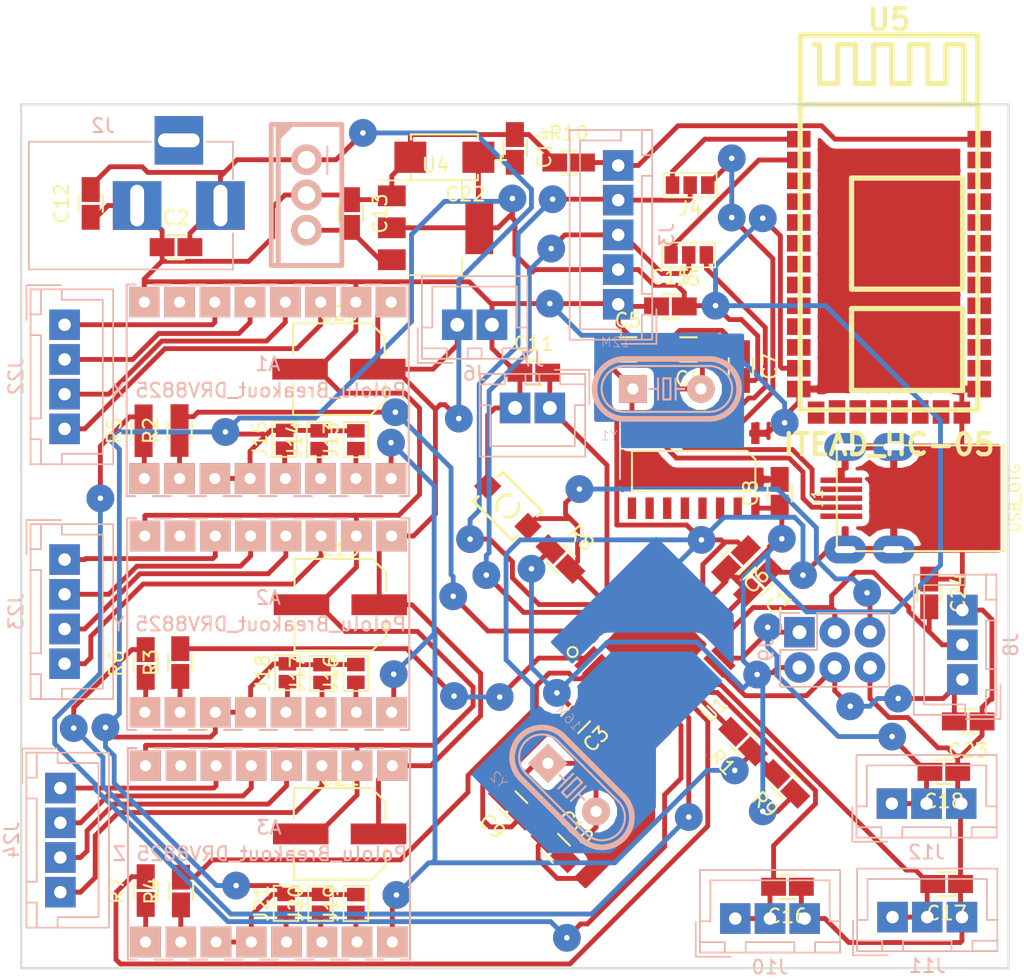
<source format=kicad_pcb>
(kicad_pcb (version 20171130) (host pcbnew "(2017-12-14 revision 75b21d0)-master")
  (layers (0 F.Cu signal) (31 B.Cu signal) (34 B.Paste user) (35 F.Paste user) (36 B.SilkS user) (37 F.SilkS user) (38 B.Mask user) (39 F.Mask user) (44 Edge.Cuts user))
  (net 0 "")
  (net 1 "Net-(R3-Pad2)")
  (net 2 "Net-(R4-Pad2)")
  (net 3 "Net-(U1-Pad3)")
  (net 4 +3V3)
  (net 5 GND)
  (net 6 "Net-(U1-Pad6)")
  (net 7 "Net-(C9-Pad2)")
  (net 8 "Net-(C10-Pad2)")
  (net 9 "Net-(R5-Pad2)")
  (net 10 "Net-(R6-Pad2)")
  (net 11 "Net-(R7-Pad2)")
  (net 12 "Net-(R1-Pad2)")
  (net 13 XEND)
  (net 14 YEND)
  (net 15 MOSI)
  (net 16 MISO)
  (net 17 SCK)
  (net 18 "Net-(U1-Pad19)")
  (net 19 "Net-(U1-Pad22)")
  (net 20 "Net-(U1-Pad23)")
  (net 21 "Net-(U1-Pad24)")
  (net 22 "Net-(U1-Pad25)")
  (net 23 "Net-(U1-Pad26)")
  (net 24 "Net-(U1-Pad27)")
  (net 25 PROBE)
  (net 26 RST)
  (net 27 RX)
  (net 28 TX)
  (net 29 "Net-(R2-Pad2)")
  (net 30 "Net-(U5-Pad11)")
  (net 31 "Net-(U5-Pad10)")
  (net 32 "Net-(U5-Pad9)")
  (net 33 "Net-(U5-Pad8)")
  (net 34 "Net-(U5-Pad7)")
  (net 35 "Net-(U5-Pad6)")
  (net 36 "Net-(U5-Pad5)")
  (net 37 "Net-(U5-Pad4)")
  (net 38 "Net-(U5-Pad3)")
  (net 39 BT_IN)
  (net 40 BT_OUT)
  (net 41 "Net-(U5-Pad15)")
  (net 42 "Net-(U5-Pad16)")
  (net 43 "Net-(U5-Pad17)")
  (net 44 "Net-(U5-Pad18)")
  (net 45 "Net-(U5-Pad19)")
  (net 46 "Net-(U5-Pad20)")
  (net 47 "Net-(U5-Pad23)")
  (net 48 "Net-(U5-Pad24)")
  (net 49 "Net-(U5-Pad25)")
  (net 50 "Net-(U5-Pad26)")
  (net 51 "Net-(U5-Pad27)")
  (net 52 "Net-(U5-Pad28)")
  (net 53 "Net-(U5-Pad29)")
  (net 54 "Net-(U5-Pad30)")
  (net 55 "Net-(U5-Pad31)")
  (net 56 "Net-(U5-Pad32)")
  (net 57 "Net-(U5-Pad33)")
  (net 58 BT_KEY)
  (net 59 +24V)
  (net 60 "Net-(C4-Pad1)")
  (net 61 "Net-(C5-Pad1)")
  (net 62 "Net-(C13-Pad2)")
  (net 63 "Net-(J1-Pad4)")
  (net 64 "Net-(J1-Pad3)")
  (net 65 "Net-(J1-Pad2)")
  (net 66 "Net-(J1-Pad1)")
  (net 67 "Net-(A3-Pad6)")
  (net 68 "Net-(A3-Pad5)")
  (net 69 "Net-(A3-Pad4)")
  (net 70 "Net-(A3-Pad3)")
  (net 71 "Net-(A2-Pad3)")
  (net 72 "Net-(A2-Pad4)")
  (net 73 "Net-(A2-Pad5)")
  (net 74 "Net-(A2-Pad6)")
  (net 75 "Net-(A1-Pad6)")
  (net 76 "Net-(A1-Pad5)")
  (net 77 "Net-(A1-Pad4)")
  (net 78 "Net-(A1-Pad3)")
  (net 79 ZSTEP)
  (net 80 YSTEP)
  (net 81 XSTEP)
  (net 82 ~ENABLE_STEPPER)
  (net 83 XDIR)
  (net 84 ZDIR)
  (net 85 YDIR)
  (net 86 USB_OUT)
  (net 87 USB_IN)
  (net 88 "Net-(U2-Pad9)")
  (net 89 "Net-(U2-Pad10)")
  (net 90 "Net-(U2-Pad11)")
  (net 91 "Net-(U2-Pad12)")
  (net 92 "Net-(U2-Pad13)")
  (net 93 "Net-(U2-Pad14)")
  (net 94 "Net-(U2-Pad15)")
  (net 95 "Net-(A3-Pad12)")
  (net 96 "Net-(A3-Pad11)")
  (net 97 "Net-(A3-Pad10)")
  (net 98 "Net-(A2-Pad12)")
  (net 99 "Net-(A2-Pad11)")
  (net 100 "Net-(A2-Pad10)")
  (net 101 "Net-(A1-Pad12)")
  (net 102 "Net-(A1-Pad11)")
  (net 103 "Net-(A1-Pad10)")
  (net 104 "Net-(J2-Pad3)")
  (net 105 "Net-(A3-Pad2)")
  (net 106 "Net-(A2-Pad2)")
  (net 107 "Net-(A1-Pad2)")
  (module coddingtonbear:0805_Milling (layer F.Cu) (at 199.39 108.22 270)
    (fp_text reference C24 (at 0 -2.1 270) (layer F.SilkS))
    (fp_text value 0.1u)
    (pad 1 smd rect (at -1 0 270) (size 1.79 1.3) (layers F.Cu F.Paste F.Mask) (net 5 GND))
    (pad 2 smd rect (at 1 0 270) (size 1.79 1.3) (layers F.Cu F.Paste F.Mask) (net 17 SCK))
  )
  (module coddingtonbear:0805_Milling (layer F.Cu) (at 202.2 117.475 180)
    (fp_text reference C23 (at 0 -2.1 180) (layer F.SilkS))
    (fp_text value 0.1u)
    (pad 2 smd rect (at 1 0 180) (size 1.79 1.3) (layers F.Cu F.Paste F.Mask) (net 15 MOSI))
    (pad 1 smd rect (at -1 0 180) (size 1.79 1.3) (layers F.Cu F.Paste F.Mask) (net 5 GND))
  )
  (module celeritous/KiCad.pretty:CAPACITOR_TANTALUM_C (layer F.Cu) (at 164.465 76.835 180)
    (fp_text reference C22 (at -1.524 -2.667 180) (layer F.SilkS))
    (fp_text value 220u hide)
    (fp_text user + (at -4.064 -0.127 180) (layer F.SilkS))
    (pad 1 smd rect (at -2.45 0 180) (size 2.3 2.25) (layers F.Cu F.Paste F.Mask) (net 4 +3V3))
    (pad 2 smd rect (at 2.45 0 180) (size 2.3 2.25) (layers F.Cu F.Paste F.Mask) (net 5 GND))
  )
  (module adamgreig/agg-kicad/agg.pretty:SOIC-16 (layer F.Cu) (at 182.4228 99.4156 270)
    (fp_text reference U2)
    (fp_text value CH340G)
    (pad 1 smd rect (at -2.7 -4.445 270) (size 1.55 0.6) (layers F.Cu F.Paste F.Mask) (net 5 GND))
    (pad 2 smd rect (at -2.7 -3.175 270) (size 1.55 0.6) (layers F.Cu F.Paste F.Mask) (net 86 USB_OUT))
    (pad 3 smd rect (at -2.7 -1.905 270) (size 1.55 0.6) (layers F.Cu F.Paste F.Mask) (net 87 USB_IN))
    (pad 4 smd rect (at -2.7 -0.635 270) (size 1.55 0.6) (layers F.Cu F.Paste F.Mask) (net 4 +3V3))
    (pad 5 smd rect (at -2.7 0.635 270) (size 1.55 0.6) (layers F.Cu F.Paste F.Mask) (net 64 "Net-(J1-Pad3)"))
    (pad 6 smd rect (at -2.7 1.905 270) (size 1.55 0.6) (layers F.Cu F.Paste F.Mask) (net 65 "Net-(J1-Pad2)"))
    (pad 7 smd rect (at -2.7 3.175 270) (size 1.55 0.6) (layers F.Cu F.Paste F.Mask) (net 60 "Net-(C4-Pad1)"))
    (pad 8 smd rect (at -2.7 4.445 270) (size 1.55 0.6) (layers F.Cu F.Paste F.Mask) (net 61 "Net-(C5-Pad1)"))
    (pad 9 smd rect (at 2.7 4.445 270) (size 1.55 0.6) (layers F.Cu F.Paste F.Mask) (net 88 "Net-(U2-Pad9)"))
    (pad 10 smd rect (at 2.7 3.175 270) (size 1.55 0.6) (layers F.Cu F.Paste F.Mask) (net 89 "Net-(U2-Pad10)"))
    (pad 11 smd rect (at 2.7 1.905 270) (size 1.55 0.6) (layers F.Cu F.Paste F.Mask) (net 90 "Net-(U2-Pad11)"))
    (pad 12 smd rect (at 2.7 0.635 270) (size 1.55 0.6) (layers F.Cu F.Paste F.Mask) (net 91 "Net-(U2-Pad12)"))
    (pad 13 smd rect (at 2.7 -0.635 270) (size 1.55 0.6) (layers F.Cu F.Paste F.Mask) (net 92 "Net-(U2-Pad13)"))
    (pad 14 smd rect (at 2.7 -1.905 270) (size 1.55 0.6) (layers F.Cu F.Paste F.Mask) (net 93 "Net-(U2-Pad14)"))
    (pad 15 smd rect (at 2.7 -3.175 270) (size 1.55 0.6) (layers F.Cu F.Paste F.Mask) (net 94 "Net-(U2-Pad15)"))
    (pad 16 smd rect (at 2.7 -4.445 270) (size 1.55 0.6) (layers F.Cu F.Paste F.Mask) (net 4 +3V3))
  )
  (module cpavlina/kicad-pcblib/pth-semi.pretty:TO-220 (layer B.Cu) (at 154.5336 79.5528 270)
    (fp_text reference U3 (at 0 0 270) (layer B.SilkS) (effects (font (size 0.8 0.8)) (justify mirror)))
    (fp_text value L7805)
    (pad 2 thru_hole circle (at 0 0 270) (size 2.2 2.2) (drill 1.27) (layers *.Cu *.Mask B.SilkS) (net 5 GND))
    (pad 1 thru_hole circle (at -2.54 0 270) (size 2.2 2.2) (drill 1.27) (layers *.Cu *.Mask B.SilkS) (net 59 +24V))
    (pad 3 thru_hole circle (at 2.54 0 270) (size 2.2 2.2) (drill 1.27) (layers *.Cu *.Mask B.SilkS) (net 62 "Net-(C13-Pad2)"))
  )
  (module coddingtonbear:Pololu_Stepper_Breakout (layer B.Cu) (at 151.8285 127.0127 270)
    (fp_text reference A3 (at -1.905 0 180) (layer B.SilkS) (effects (justify mirror)))
    (fp_text value "Pololu_Breakout_DRV8825 Z" (at 0 0.635 180) (layer B.SilkS) (effects (justify mirror)))
    (pad 1 thru_hole rect (at -6.35 8.89 270) (size 2.2 2.2) (drill 0.8) (layers *.Cu *.Mask B.SilkS) (net 5 GND))
    (pad 2 thru_hole rect (at -6.35 6.35 270) (size 2.2 2.2) (drill 0.8) (layers *.Cu *.Mask B.SilkS) (net 105 "Net-(A3-Pad2)"))
    (pad 3 thru_hole rect (at -6.35 3.81 270) (size 2.2 2.2) (drill 0.8) (layers *.Cu *.Mask B.SilkS) (net 70 "Net-(A3-Pad3)"))
    (pad 4 thru_hole rect (at -6.35 1.27 270) (size 2.2 2.2) (drill 0.8) (layers *.Cu *.Mask B.SilkS) (net 69 "Net-(A3-Pad4)"))
    (pad 5 thru_hole rect (at -6.35 -1.27 270) (size 2.2 2.2) (drill 0.8) (layers *.Cu *.Mask B.SilkS) (net 68 "Net-(A3-Pad5)"))
    (pad 6 thru_hole rect (at -6.35 -3.81 270) (size 2.2 2.2) (drill 0.8) (layers *.Cu *.Mask B.SilkS) (net 67 "Net-(A3-Pad6)"))
    (pad 7 thru_hole rect (at -6.35 -6.35 270) (size 2.2 2.2) (drill 0.8) (layers *.Cu *.Mask B.SilkS) (net 5 GND))
    (pad 8 thru_hole rect (at -6.35 -8.89 270) (size 2.2 2.2) (drill 0.8) (layers *.Cu *.Mask B.SilkS) (net 59 +24V))
    (pad 9 thru_hole rect (at 6.35 -8.89 270) (size 2.2 2.2) (drill 0.8) (layers *.Cu *.Mask B.SilkS) (net 82 ~ENABLE_STEPPER))
    (pad 10 thru_hole rect (at 6.35 -6.35 270) (size 2.2 2.2) (drill 0.8) (layers *.Cu *.Mask B.SilkS) (net 97 "Net-(A3-Pad10)"))
    (pad 11 thru_hole rect (at 6.35 -3.81 270) (size 2.2 2.2) (drill 0.8) (layers *.Cu *.Mask B.SilkS) (net 96 "Net-(A3-Pad11)"))
    (pad 12 thru_hole rect (at 6.35 -1.27 270) (size 2.2 2.2) (drill 0.8) (layers *.Cu *.Mask B.SilkS) (net 95 "Net-(A3-Pad12)"))
    (pad 13 thru_hole rect (at 6.35 1.27 270) (size 2.2 2.2) (drill 0.8) (layers *.Cu *.Mask B.SilkS) (net 4 +3V3))
    (pad 14 thru_hole rect (at 6.35 3.81 270) (size 2.2 2.2) (drill 0.8) (layers *.Cu *.Mask B.SilkS) (net 4 +3V3))
    (pad 15 thru_hole rect (at 6.35 6.35 270) (size 2.2 2.2) (drill 0.8) (layers *.Cu *.Mask B.SilkS) (net 79 ZSTEP))
    (pad 16 thru_hole rect (at 6.35 8.89 270) (size 2.2 2.2) (drill 0.8) (layers *.Cu *.Mask B.SilkS) (net 84 ZDIR))
  )
  (module coddingtonbear:Pololu_Stepper_Breakout (layer B.Cu) (at 151.7777 110.4646 270)
    (fp_text reference A2 (at -1.905 0 180) (layer B.SilkS) (effects (justify mirror)))
    (fp_text value "Pololu_Breakout_DRV8825 Y" (at 0 0.635 180) (layer B.SilkS) (effects (justify mirror)))
    (pad 16 thru_hole rect (at 6.35 8.89 270) (size 2.2 2.2) (drill 0.8) (layers *.Cu *.Mask B.SilkS) (net 85 YDIR))
    (pad 15 thru_hole rect (at 6.35 6.35 270) (size 2.2 2.2) (drill 0.8) (layers *.Cu *.Mask B.SilkS) (net 80 YSTEP))
    (pad 14 thru_hole rect (at 6.35 3.81 270) (size 2.2 2.2) (drill 0.8) (layers *.Cu *.Mask B.SilkS) (net 4 +3V3))
    (pad 13 thru_hole rect (at 6.35 1.27 270) (size 2.2 2.2) (drill 0.8) (layers *.Cu *.Mask B.SilkS) (net 4 +3V3))
    (pad 12 thru_hole rect (at 6.35 -1.27 270) (size 2.2 2.2) (drill 0.8) (layers *.Cu *.Mask B.SilkS) (net 98 "Net-(A2-Pad12)"))
    (pad 11 thru_hole rect (at 6.35 -3.81 270) (size 2.2 2.2) (drill 0.8) (layers *.Cu *.Mask B.SilkS) (net 99 "Net-(A2-Pad11)"))
    (pad 10 thru_hole rect (at 6.35 -6.35 270) (size 2.2 2.2) (drill 0.8) (layers *.Cu *.Mask B.SilkS) (net 100 "Net-(A2-Pad10)"))
    (pad 9 thru_hole rect (at 6.35 -8.89 270) (size 2.2 2.2) (drill 0.8) (layers *.Cu *.Mask B.SilkS) (net 82 ~ENABLE_STEPPER))
    (pad 8 thru_hole rect (at -6.35 -8.89 270) (size 2.2 2.2) (drill 0.8) (layers *.Cu *.Mask B.SilkS) (net 59 +24V))
    (pad 7 thru_hole rect (at -6.35 -6.35 270) (size 2.2 2.2) (drill 0.8) (layers *.Cu *.Mask B.SilkS) (net 5 GND))
    (pad 6 thru_hole rect (at -6.35 -3.81 270) (size 2.2 2.2) (drill 0.8) (layers *.Cu *.Mask B.SilkS) (net 74 "Net-(A2-Pad6)"))
    (pad 5 thru_hole rect (at -6.35 -1.27 270) (size 2.2 2.2) (drill 0.8) (layers *.Cu *.Mask B.SilkS) (net 73 "Net-(A2-Pad5)"))
    (pad 4 thru_hole rect (at -6.35 1.27 270) (size 2.2 2.2) (drill 0.8) (layers *.Cu *.Mask B.SilkS) (net 72 "Net-(A2-Pad4)"))
    (pad 3 thru_hole rect (at -6.35 3.81 270) (size 2.2 2.2) (drill 0.8) (layers *.Cu *.Mask B.SilkS) (net 71 "Net-(A2-Pad3)"))
    (pad 2 thru_hole rect (at -6.35 6.35 270) (size 2.2 2.2) (drill 0.8) (layers *.Cu *.Mask B.SilkS) (net 106 "Net-(A2-Pad2)"))
    (pad 1 thru_hole rect (at -6.35 8.89 270) (size 2.2 2.2) (drill 0.8) (layers *.Cu *.Mask B.SilkS) (net 5 GND))
  )
  (module coddingtonbear:Pololu_Stepper_Breakout (layer B.Cu) (at 151.7396 93.6244 270)
    (fp_text reference A1 (at -1.905 0 180) (layer B.SilkS) (effects (justify mirror)))
    (fp_text value "Pololu_Breakout_DRV8825 X" (at 0 0.635 180) (layer B.SilkS) (effects (justify mirror)))
    (pad 1 thru_hole rect (at -6.35 8.89 270) (size 2.2 2.2) (drill 0.8) (layers *.Cu *.Mask B.SilkS) (net 5 GND))
    (pad 2 thru_hole rect (at -6.35 6.35 270) (size 2.2 2.2) (drill 0.8) (layers *.Cu *.Mask B.SilkS) (net 107 "Net-(A1-Pad2)"))
    (pad 3 thru_hole rect (at -6.35 3.81 270) (size 2.2 2.2) (drill 0.8) (layers *.Cu *.Mask B.SilkS) (net 78 "Net-(A1-Pad3)"))
    (pad 4 thru_hole rect (at -6.35 1.27 270) (size 2.2 2.2) (drill 0.8) (layers *.Cu *.Mask B.SilkS) (net 77 "Net-(A1-Pad4)"))
    (pad 5 thru_hole rect (at -6.35 -1.27 270) (size 2.2 2.2) (drill 0.8) (layers *.Cu *.Mask B.SilkS) (net 76 "Net-(A1-Pad5)"))
    (pad 6 thru_hole rect (at -6.35 -3.81 270) (size 2.2 2.2) (drill 0.8) (layers *.Cu *.Mask B.SilkS) (net 75 "Net-(A1-Pad6)"))
    (pad 7 thru_hole rect (at -6.35 -6.35 270) (size 2.2 2.2) (drill 0.8) (layers *.Cu *.Mask B.SilkS) (net 5 GND))
    (pad 8 thru_hole rect (at -6.35 -8.89 270) (size 2.2 2.2) (drill 0.8) (layers *.Cu *.Mask B.SilkS) (net 59 +24V))
    (pad 9 thru_hole rect (at 6.35 -8.89 270) (size 2.2 2.2) (drill 0.8) (layers *.Cu *.Mask B.SilkS) (net 82 ~ENABLE_STEPPER))
    (pad 10 thru_hole rect (at 6.35 -6.35 270) (size 2.2 2.2) (drill 0.8) (layers *.Cu *.Mask B.SilkS) (net 103 "Net-(A1-Pad10)"))
    (pad 11 thru_hole rect (at 6.35 -3.81 270) (size 2.2 2.2) (drill 0.8) (layers *.Cu *.Mask B.SilkS) (net 102 "Net-(A1-Pad11)"))
    (pad 12 thru_hole rect (at 6.35 -1.27 270) (size 2.2 2.2) (drill 0.8) (layers *.Cu *.Mask B.SilkS) (net 101 "Net-(A1-Pad12)"))
    (pad 13 thru_hole rect (at 6.35 1.27 270) (size 2.2 2.2) (drill 0.8) (layers *.Cu *.Mask B.SilkS) (net 4 +3V3))
    (pad 14 thru_hole rect (at 6.35 3.81 270) (size 2.2 2.2) (drill 0.8) (layers *.Cu *.Mask B.SilkS) (net 4 +3V3))
    (pad 15 thru_hole rect (at 6.35 6.35 270) (size 2.2 2.2) (drill 0.8) (layers *.Cu *.Mask B.SilkS) (net 81 XSTEP))
    (pad 16 thru_hole rect (at 6.35 8.89 270) (size 2.2 2.2) (drill 0.8) (layers *.Cu *.Mask B.SilkS) (net 83 XDIR))
  )
  (module KiCad/Pin_Headers.pretty:Pin_Header_Straight_2x03_Pitch2.54mm (layer B.Cu) (at 190.0428 111.0488 270)
    (fp_text reference J9 (at 1.27 2.39 270) (layer B.SilkS) (effects (justify mirror)))
    (fp_text value ICSP)
    (pad 1 thru_hole rect (at 0 0 270) (size 2.2 2.2) (drill 1) (layers *.Cu *.Mask) (net 16 MISO))
    (pad 2 thru_hole oval (at 2.54 0 270) (size 2.2 2.2) (drill 1) (layers *.Cu *.Mask) (net 4 +3V3))
    (pad 3 thru_hole oval (at 0 -2.54 270) (size 2.2 2.2) (drill 1) (layers *.Cu *.Mask) (net 17 SCK))
    (pad 4 thru_hole oval (at 2.54 -2.54 270) (size 2.2 2.2) (drill 1) (layers *.Cu *.Mask) (net 15 MOSI))
    (pad 5 thru_hole oval (at 0 -5.08 270) (size 2.2 2.2) (drill 1) (layers *.Cu *.Mask) (net 26 RST))
    (pad 6 thru_hole oval (at 2.54 -5.08 270) (size 2.2 2.2) (drill 1) (layers *.Cu *.Mask) (net 5 GND))
  )
  (module monostable/CommonPartsLibrary.pretty:XTAL_HC-49US-16.000MHZ (layer B.Cu) (at 180.4924 93.5228)
    (fp_text reference Y1 (at -4.147 3.3615) (layer B.SilkS) (effects (font (size 0.7 0.7) (thickness 0.05)) (justify mirror)))
    (fp_text value 12M (at -3.7025 -3.3615) (layer B.SilkS) (effects (font (size 0.7 0.7) (thickness 0.05)) (justify mirror)))
    (pad 2 thru_hole circle (at 2.45 0) (size 2 2) (drill 0.8128) (layers *.Cu *.Mask B.SilkS) (net 60 "Net-(C4-Pad1)"))
    (pad 1 thru_hole rect (at -2.45 0) (size 2 2) (drill 0.8128) (layers *.Cu *.Mask B.SilkS) (net 61 "Net-(C5-Pad1)"))
  )
  (module monostable/CommonPartsLibrary.pretty:XTAL_HC-49US-16.000MHZ (layer B.Cu) (at 173.6598 122.2248 315)
    (fp_text reference Y2 (at -4.147 3.3615 315) (layer B.SilkS) (effects (font (size 0.7 0.7) (thickness 0.05)) (justify mirror)))
    (fp_text value 16M (at -3.702499 -3.3615 315) (layer B.SilkS) (effects (font (size 0.7 0.7) (thickness 0.05)) (justify mirror)))
    (pad 1 thru_hole rect (at -2.450001 0 315) (size 2 2) (drill 0.8128) (layers *.Cu *.Mask B.SilkS) (net 7 "Net-(C9-Pad2)"))
    (pad 2 thru_hole circle (at 2.450001 0 315) (size 2 2) (drill 0.8128) (layers *.Cu *.Mask B.SilkS) (net 8 "Net-(C10-Pad2)"))
  )
  (module KiCad/Connect.pretty:BARREL_JACK (layer B.Cu) (at 148.336 80.3148)
    (fp_text reference J2 (at -8.45 -5.75 -180) (layer B.SilkS) (effects (justify mirror)))
    (fp_text value Barrel_Jack)
    (pad 1 thru_hole rect (at 0 0) (size 3.5 3.5) (drill oval 1 3) (layers *.Cu *.Mask) (net 59 +24V))
    (pad 2 thru_hole rect (at -6 0) (size 3.5 3.5) (drill oval 1 3) (layers *.Cu *.Mask) (net 5 GND))
    (pad 3 thru_hole rect (at -3 -4.7) (size 3.5 3.5) (drill oval 3 1) (layers *.Cu *.Mask) (net 104 "Net-(J2-Pad3)"))
  )
  (module KiCad/Connect.pretty:GS2 (layer F.Cu) (at 158.0896 97.1804 180)
    (fp_text reference J13 (at 1.78 0 270) (layer F.SilkS))
    (fp_text value GS2)
    (pad 1 smd rect (at 0 -0.64 180) (size 1.27 0.97) (layers F.Cu F.Paste F.Mask) (net 103 "Net-(A1-Pad10)"))
    (pad 2 smd rect (at 0 0.64 180) (size 1.27 0.97) (layers F.Cu F.Paste F.Mask) (net 4 +3V3))
  )
  (module KiCad/Connect.pretty:GS2 (layer F.Cu) (at 155.448 97.1804 180)
    (fp_text reference J14 (at 1.78 0 270) (layer F.SilkS))
    (fp_text value GS2)
    (pad 2 smd rect (at 0 0.64 180) (size 1.27 0.97) (layers F.Cu F.Paste F.Mask) (net 4 +3V3))
    (pad 1 smd rect (at 0 -0.64 180) (size 1.27 0.97) (layers F.Cu F.Paste F.Mask) (net 102 "Net-(A1-Pad11)"))
  )
  (module KiCad/Connect.pretty:GS2 (layer F.Cu) (at 152.9588 97.15 180)
    (fp_text reference J15 (at 1.78 0 270) (layer F.SilkS))
    (fp_text value GS2)
    (pad 1 smd rect (at 0 -0.64 180) (size 1.27 0.97) (layers F.Cu F.Paste F.Mask) (net 101 "Net-(A1-Pad12)"))
    (pad 2 smd rect (at 0 0.64 180) (size 1.27 0.97) (layers F.Cu F.Paste F.Mask) (net 4 +3V3))
  )
  (module KiCad/Connect.pretty:GS2 (layer F.Cu) (at 158.0896 114.0156 180)
    (fp_text reference J16 (at 1.78 0 270) (layer F.SilkS))
    (fp_text value GS2)
    (pad 2 smd rect (at 0 0.64 180) (size 1.27 0.97) (layers F.Cu F.Paste F.Mask) (net 4 +3V3))
    (pad 1 smd rect (at 0 -0.64 180) (size 1.27 0.97) (layers F.Cu F.Paste F.Mask) (net 100 "Net-(A2-Pad10)"))
  )
  (module KiCad/Connect.pretty:GS2 (layer F.Cu) (at 155.6512 114.0256 180)
    (fp_text reference J17 (at 1.78 0 270) (layer F.SilkS))
    (fp_text value GS2)
    (pad 1 smd rect (at 0 -0.64 180) (size 1.27 0.97) (layers F.Cu F.Paste F.Mask) (net 99 "Net-(A2-Pad11)"))
    (pad 2 smd rect (at 0 0.64 180) (size 1.27 0.97) (layers F.Cu F.Paste F.Mask) (net 4 +3V3))
  )
  (module KiCad/Connect.pretty:GS2 (layer F.Cu) (at 153.162 113.9648 180)
    (fp_text reference J18 (at 1.78 0 270) (layer F.SilkS))
    (fp_text value GS2)
    (pad 2 smd rect (at 0 0.64 180) (size 1.27 0.97) (layers F.Cu F.Paste F.Mask) (net 4 +3V3))
    (pad 1 smd rect (at 0 -0.64 180) (size 1.27 0.97) (layers F.Cu F.Paste F.Mask) (net 98 "Net-(A2-Pad12)"))
  )
  (module KiCad/Connect.pretty:GS2 (layer F.Cu) (at 158.0896 130.5864 180)
    (fp_text reference J19 (at 1.78 0 270) (layer F.SilkS))
    (fp_text value GS2)
    (pad 1 smd rect (at 0 -0.64 180) (size 1.27 0.97) (layers F.Cu F.Paste F.Mask) (net 97 "Net-(A3-Pad10)"))
    (pad 2 smd rect (at 0 0.64 180) (size 1.27 0.97) (layers F.Cu F.Paste F.Mask) (net 4 +3V3))
  )
  (module KiCad/Connect.pretty:GS2 (layer F.Cu) (at 155.5496 130.5764 180)
    (fp_text reference J20 (at 1.78 0 270) (layer F.SilkS))
    (fp_text value GS2)
    (pad 2 smd rect (at 0 0.64 180) (size 1.27 0.97) (layers F.Cu F.Paste F.Mask) (net 4 +3V3))
    (pad 1 smd rect (at 0 -0.64 180) (size 1.27 0.97) (layers F.Cu F.Paste F.Mask) (net 96 "Net-(A3-Pad11)"))
  )
  (module KiCad/Connect.pretty:GS2 (layer F.Cu) (at 153.0604 130.5764 180)
    (fp_text reference J21 (at 1.78 0 270) (layer F.SilkS))
    (fp_text value GS2)
    (pad 1 smd rect (at 0 -0.64 180) (size 1.27 0.97) (layers F.Cu F.Paste F.Mask) (net 95 "Net-(A3-Pad12)"))
    (pad 2 smd rect (at 0 0.64 180) (size 1.27 0.97) (layers F.Cu F.Paste F.Mask) (net 4 +3V3))
  )
  (module KiCad/Connect.pretty:GS3 (layer F.Cu) (at 182.1688 78.8416 90)
    (fp_text reference J4 (at -1.7 0 180) (layer F.SilkS))
    (fp_text value RX)
    (pad 3 smd rect (at 0 1.27 90) (size 1.27 0.97) (layers F.Cu F.Paste F.Mask) (net 86 USB_OUT))
    (pad 2 smd rect (at 0 0 90) (size 1.27 0.97) (layers F.Cu F.Paste F.Mask) (net 27 RX))
    (pad 1 smd rect (at 0 -1.27 90) (size 1.27 0.97) (layers F.Cu F.Paste F.Mask) (net 40 BT_OUT))
  )
  (module KiCad/Connect.pretty:GS3 (layer F.Cu) (at 182.0672 83.8708 90)
    (fp_text reference J5 (at -1.7 0 180) (layer F.SilkS))
    (fp_text value TX)
    (pad 1 smd rect (at 0 -1.27 90) (size 1.27 0.97) (layers F.Cu F.Paste F.Mask) (net 39 BT_IN))
    (pad 2 smd rect (at 0 0 90) (size 1.27 0.97) (layers F.Cu F.Paste F.Mask) (net 28 TX))
    (pad 3 smd rect (at 0 1.27 90) (size 1.27 0.97) (layers F.Cu F.Paste F.Mask) (net 87 USB_IN))
  )
  (module KiCad/TO_SOT_Packages_SMD.pretty:SOT-223-3Lead_TabPin2 (layer F.Cu) (at 163.83 81.915)
    (fp_text reference U4 (at 0 -4.5) (layer F.SilkS))
    (fp_text value AP1117-15)
    (pad 2 smd rect (at 3.15 0) (size 2 3.8) (layers F.Cu F.Paste F.Mask) (net 4 +3V3))
    (pad 2 smd rect (at -3.15 0) (size 2 1.5) (layers F.Cu F.Paste F.Mask) (net 4 +3V3))
    (pad 3 smd rect (at -3.15 2.3) (size 2 1.5) (layers F.Cu F.Paste F.Mask) (net 62 "Net-(C13-Pad2)"))
    (pad 1 smd rect (at -3.15 -2.3) (size 2 1.5) (layers F.Cu F.Paste F.Mask) (net 5 GND))
  )
  (module coddingtonbear:0805_Milling (layer F.Cu) (at 182.0512 90.678 180)
    (fp_text reference C4 (at 0 -2.1 180) (layer F.SilkS))
    (fp_text value 22p)
    (pad 1 smd rect (at -1 0 180) (size 1.79 1.3) (layers F.Cu F.Paste F.Mask) (net 60 "Net-(C4-Pad1)"))
    (pad 2 smd rect (at 1 0 180) (size 1.79 1.3) (layers F.Cu F.Paste F.Mask) (net 5 GND))
  )
  (module coddingtonbear:0805_Milling (layer F.Cu) (at 177.6984 90.678)
    (fp_text reference C5 (at 0 -2.1) (layer F.SilkS))
    (fp_text value 22p)
    (pad 2 smd rect (at 1 0) (size 1.79 1.3) (layers F.Cu F.Paste F.Mask) (net 5 GND))
    (pad 1 smd rect (at -1 0) (size 1.79 1.3) (layers F.Cu F.Paste F.Mask) (net 61 "Net-(C5-Pad1)"))
  )
  (module coddingtonbear:0805_Milling (layer F.Cu) (at 185.4708 105.8418 225)
    (fp_text reference C6 (at 0 -2.1 225) (layer F.SilkS))
    (fp_text value 0.1u)
    (pad 1 smd rect (at -1 0 225) (size 1.79 1.3) (layers F.Cu F.Paste F.Mask) (net 5 GND))
    (pad 2 smd rect (at 1 0 225) (size 1.79 1.3) (layers F.Cu F.Paste F.Mask) (net 4 +3V3))
  )
  (module coddingtonbear:0805_Milling (layer F.Cu) (at 142.9512 113.3 90)
    (fp_text reference R6 (at 0 -2.1 90) (layer F.SilkS))
    (fp_text value 100)
    (pad 2 smd rect (at 1 0 90) (size 1.79 1.3) (layers F.Cu F.Paste F.Mask) (net 10 "Net-(R6-Pad2)"))
    (pad 1 smd rect (at -1 0 90) (size 1.79 1.3) (layers F.Cu F.Paste F.Mask) (net 85 YDIR))
  )
  (module coddingtonbear:0805_Milling (layer F.Cu) (at 142.9512 129.6576 90)
    (fp_text reference R7 (at 0 -2.1 90) (layer F.SilkS))
    (fp_text value 100)
    (pad 1 smd rect (at -1 0 90) (size 1.79 1.3) (layers F.Cu F.Paste F.Mask) (net 84 ZDIR))
    (pad 2 smd rect (at 1 0 90) (size 1.79 1.3) (layers F.Cu F.Paste F.Mask) (net 11 "Net-(R7-Pad2)"))
  )
  (module coddingtonbear:0805_Milling (layer F.Cu) (at 172.825693 105.769693 315)
    (fp_text reference R8 (at 0 -2.1 315) (layer F.SilkS))
    (fp_text value 10k)
    (pad 2 smd rect (at 1 0 315) (size 1.79 1.3) (layers F.Cu F.Paste F.Mask) (net 26 RST))
    (pad 1 smd rect (at -1 0 315) (size 1.79 1.3) (layers F.Cu F.Paste F.Mask) (net 4 +3V3))
  )
  (module coddingtonbear:0805_Milling (layer F.Cu) (at 189.0268 121.9708 135)
    (fp_text reference R9 (at 0 -2.1 135) (layer F.SilkS))
    (fp_text value 10k)
    (pad 1 smd rect (at -1 0 135) (size 1.79 1.3) (layers F.Cu F.Paste F.Mask) (net 4 +3V3))
    (pad 2 smd rect (at 1 0 135) (size 1.79 1.3) (layers F.Cu F.Paste F.Mask) (net 82 ~ENABLE_STEPPER))
  )
  (module coddingtonbear:0805_Milling (layer F.Cu) (at 173.4152 77.216)
    (fp_text reference R10 (at 0 -2.1) (layer F.SilkS))
    (fp_text value 10k)
    (pad 2 smd rect (at 1 0) (size 1.79 1.3) (layers F.Cu F.Paste F.Mask) (net 58 BT_KEY))
    (pad 1 smd rect (at -1 0) (size 1.79 1.3) (layers F.Cu F.Paste F.Mask) (net 5 GND))
  )
  (module coddingtonbear:0805_Milling (layer F.Cu) (at 173.9138 117.2718 225)
    (fp_text reference C3 (at 0 -2.1 225) (layer F.SilkS))
    (fp_text value 0.1u)
    (pad 1 smd rect (at -1 0 225) (size 1.79 1.3) (layers F.Cu F.Paste F.Mask) (net 4 +3V3))
    (pad 2 smd rect (at 1 0 225) (size 1.79 1.3) (layers F.Cu F.Paste F.Mask) (net 5 GND))
  )
  (module coddingtonbear:0805_Milling (layer F.Cu) (at 145.1356 83.312)
    (fp_text reference C2 (at 0 -2.1) (layer F.SilkS))
    (fp_text value 0.1u)
    (pad 2 smd rect (at 1 0) (size 1.79 1.3) (layers F.Cu F.Paste F.Mask) (net 59 +24V))
    (pad 1 smd rect (at -1 0) (size 1.79 1.3) (layers F.Cu F.Paste F.Mask) (net 5 GND))
  )
  (module coddingtonbear:0805_Milling (layer F.Cu) (at 142.7988 96.536 90)
    (fp_text reference R5 (at 0 -2.1 90) (layer F.SilkS))
    (fp_text value 100)
    (pad 1 smd rect (at -1 0 90) (size 1.79 1.3) (layers F.Cu F.Paste F.Mask) (net 83 XDIR))
    (pad 2 smd rect (at 1 0 90) (size 1.79 1.3) (layers F.Cu F.Paste F.Mask) (net 9 "Net-(R5-Pad2)"))
  )
  (module coddingtonbear:0805_Milling (layer F.Cu) (at 187.049693 107.437907 225)
    (fp_text reference C1 (at 0 -2.1 225) (layer F.SilkS))
    (fp_text value 0.1u)
    (pad 2 smd rect (at 1 0 225) (size 1.79 1.3) (layers F.Cu F.Paste F.Mask) (net 4 +3V3))
    (pad 1 smd rect (at -1 0 225) (size 1.79 1.3) (layers F.Cu F.Paste F.Mask) (net 5 GND))
  )
  (module coddingtonbear:0805_Milling (layer F.Cu) (at 169.545 76.2 270)
    (fp_text reference C14 (at 0 -2.1 270) (layer F.SilkS))
    (fp_text value 0.1u)
    (pad 1 smd rect (at -1 0 270) (size 1.79 1.3) (layers F.Cu F.Paste F.Mask) (net 5 GND))
    (pad 2 smd rect (at 1 0 270) (size 1.79 1.3) (layers F.Cu F.Paste F.Mask) (net 4 +3V3))
  )
  (module coddingtonbear:0805_Milling (layer F.Cu) (at 157.734 80.8896 270)
    (fp_text reference C13 (at 0 -2.1 270) (layer F.SilkS))
    (fp_text value 0.33u)
    (pad 2 smd rect (at 1 0 270) (size 1.79 1.3) (layers F.Cu F.Paste F.Mask) (net 62 "Net-(C13-Pad2)"))
    (pad 1 smd rect (at -1 0 270) (size 1.79 1.3) (layers F.Cu F.Paste F.Mask) (net 5 GND))
  )
  (module coddingtonbear:0805_Milling (layer F.Cu) (at 138.9888 80.1624 90)
    (fp_text reference C12 (at 0 -2.1 90) (layer F.SilkS))
    (fp_text value 0.33u)
    (pad 1 smd rect (at -1 0 90) (size 1.79 1.3) (layers F.Cu F.Paste F.Mask) (net 5 GND))
    (pad 2 smd rect (at 1 0 90) (size 1.79 1.3) (layers F.Cu F.Paste F.Mask) (net 59 +24V))
  )
  (module coddingtonbear:0805_Milling (layer F.Cu) (at 185.9788 118.9228 135)
    (fp_text reference R1 (at 0 -2.1 135) (layer F.SilkS))
    (fp_text value 100)
    (pad 2 smd rect (at 1 0 135) (size 1.79 1.3) (layers F.Cu F.Paste F.Mask) (net 12 "Net-(R1-Pad2)"))
    (pad 1 smd rect (at -1 0 135) (size 1.79 1.3) (layers F.Cu F.Paste F.Mask) (net 82 ~ENABLE_STEPPER))
  )
  (module coddingtonbear:0805_Milling (layer F.Cu) (at 180.7464 87.5792)
    (fp_text reference C15 (at 0 -2.1) (layer F.SilkS))
    (fp_text value 0.1u)
    (pad 1 smd rect (at -1 0) (size 1.79 1.3) (layers F.Cu F.Paste F.Mask) (net 5 GND))
    (pad 2 smd rect (at 1 0) (size 1.79 1.3) (layers F.Cu F.Paste F.Mask) (net 4 +3V3))
  )
  (module coddingtonbear:0805_Milling (layer F.Cu) (at 189.1792 129.3876 180)
    (fp_text reference C16 (at 0 -2.1 180) (layer F.SilkS))
    (fp_text value 0.1u)
    (pad 2 smd rect (at 1 0 180) (size 1.79 1.3) (layers F.Cu F.Paste F.Mask) (net 13 XEND))
    (pad 1 smd rect (at -1 0 180) (size 1.79 1.3) (layers F.Cu F.Paste F.Mask) (net 5 GND))
  )
  (module coddingtonbear:0805_Milling (layer F.Cu) (at 200.644 129.1844 180)
    (fp_text reference C17 (at 0 -2.1 180) (layer F.SilkS))
    (fp_text value 0.1u)
    (pad 1 smd rect (at -1 0 180) (size 1.79 1.3) (layers F.Cu F.Paste F.Mask) (net 5 GND))
    (pad 2 smd rect (at 1 0 180) (size 1.79 1.3) (layers F.Cu F.Paste F.Mask) (net 14 YEND))
  )
  (module coddingtonbear:0805_Milling (layer F.Cu) (at 145.3896 96.52 90)
    (fp_text reference R2 (at 0 -2.1 90) (layer F.SilkS))
    (fp_text value 100)
    (pad 2 smd rect (at 1 0 90) (size 1.79 1.3) (layers F.Cu F.Paste F.Mask) (net 29 "Net-(R2-Pad2)"))
    (pad 1 smd rect (at -1 0 90) (size 1.79 1.3) (layers F.Cu F.Paste F.Mask) (net 81 XSTEP))
  )
  (module coddingtonbear:0805_Milling (layer F.Cu) (at 145.4404 113.2332 90)
    (fp_text reference R3 (at 0 -2.1 90) (layer F.SilkS))
    (fp_text value 100)
    (pad 1 smd rect (at -1 0 90) (size 1.79 1.3) (layers F.Cu F.Paste F.Mask) (net 80 YSTEP))
    (pad 2 smd rect (at 1 0 90) (size 1.79 1.3) (layers F.Cu F.Paste F.Mask) (net 1 "Net-(R3-Pad2)"))
  )
  (module coddingtonbear:0805_Milling (layer F.Cu) (at 185.8264 91.9132 270)
    (fp_text reference C7 (at 0 -2.1 270) (layer F.SilkS))
    (fp_text value 0.1u)
    (pad 2 smd rect (at 1 0 270) (size 1.79 1.3) (layers F.Cu F.Paste F.Mask) (net 4 +3V3))
    (pad 1 smd rect (at -1 0 270) (size 1.79 1.3) (layers F.Cu F.Paste F.Mask) (net 5 GND))
  )
  (module coddingtonbear:0805_Milling (layer F.Cu) (at 145.4912 129.6924 90)
    (fp_text reference R4 (at 0 -2.1 90) (layer F.SilkS))
    (fp_text value 100)
    (pad 1 smd rect (at -1 0 90) (size 1.79 1.3) (layers F.Cu F.Paste F.Mask) (net 79 ZSTEP))
    (pad 2 smd rect (at 1 0 90) (size 1.79 1.3) (layers F.Cu F.Paste F.Mask) (net 2 "Net-(R4-Pad2)"))
  )
  (module coddingtonbear:0805_Milling (layer F.Cu) (at 188.6204 101.0412 90)
    (fp_text reference C8 (at 0 -2.1 90) (layer F.SilkS))
    (fp_text value 0.1u)
    (pad 2 smd rect (at 1 0 90) (size 1.79 1.3) (layers F.Cu F.Paste F.Mask) (net 5 GND))
    (pad 1 smd rect (at -1 0 90) (size 1.79 1.3) (layers F.Cu F.Paste F.Mask) (net 4 +3V3))
  )
  (module coddingtonbear:0805_Milling (layer F.Cu) (at 169.396693 123.549693 135)
    (fp_text reference C9 (at 0 -2.1 135) (layer F.SilkS))
    (fp_text value 22p)
    (pad 1 smd rect (at -1 0 135) (size 1.79 1.3) (layers F.Cu F.Paste F.Mask) (net 5 GND))
    (pad 2 smd rect (at 1 0 135) (size 1.79 1.3) (layers F.Cu F.Paste F.Mask) (net 7 "Net-(C9-Pad2)"))
  )
  (module coddingtonbear:0805_Milling (layer F.Cu) (at 172.461907 126.614907 315)
    (fp_text reference C10 (at 0 -2.1 315) (layer F.SilkS))
    (fp_text value 22p)
    (pad 2 smd rect (at 1 0 315) (size 1.79 1.3) (layers F.Cu F.Paste F.Mask) (net 8 "Net-(C10-Pad2)"))
    (pad 1 smd rect (at -1 0 315) (size 1.79 1.3) (layers F.Cu F.Paste F.Mask) (net 5 GND))
  )
  (module coddingtonbear:0805_Milling (layer F.Cu) (at 170.9072 92.3544)
    (fp_text reference C11 (at 0 -2.1) (layer F.SilkS))
    (fp_text value 0.1u)
    (pad 1 smd rect (at -1 0) (size 1.79 1.3) (layers F.Cu F.Paste F.Mask) (net 5 GND))
    (pad 2 smd rect (at 1 0) (size 1.79 1.3) (layers F.Cu F.Paste F.Mask) (net 25 PROBE))
  )
  (module coddingtonbear:0805_Milling (layer F.Cu) (at 200.4408 121.1072 180)
    (fp_text reference C18 (at 0 -2.1 180) (layer F.SilkS))
    (fp_text value 0.1u)
    (pad 2 smd rect (at 1 0 180) (size 1.79 1.3) (layers F.Cu F.Paste F.Mask) (net 16 MISO))
    (pad 1 smd rect (at -1 0 180) (size 1.79 1.3) (layers F.Cu F.Paste F.Mask) (net 5 GND))
  )
  (module coddingtonbear:JST_XH_B02B-XH-A_02x2.50mm_Straight_LargePads (layer B.Cu) (at 165.394 88.9)
    (fp_text reference J6 (at 1.25 3.5) (layer B.SilkS) (effects (justify mirror)))
    (fp_text value 24V_Out)
    (pad 2 thru_hole rect (at 2.5 0) (size 2.2 2.2) (drill 1) (layers *.Cu *.Mask) (net 5 GND))
    (pad 1 thru_hole rect (at 0 0) (size 2.2 2.2) (drill 1) (layers *.Cu *.Mask) (net 59 +24V))
  )
  (module coddingtonbear:JST_XH_B02B-XH-A_02x2.50mm_Straight_LargePads (layer B.Cu) (at 172.0596 94.8944 180)
    (fp_text reference J7 (at 1.25 3.5 180) (layer B.SilkS) (effects (justify mirror)))
    (fp_text value Probe)
    (pad 1 thru_hole rect (at 0 0 180) (size 2.2 2.2) (drill 1) (layers *.Cu *.Mask) (net 25 PROBE))
    (pad 2 thru_hole rect (at 2.5 0 180) (size 2.2 2.2) (drill 1) (layers *.Cu *.Mask) (net 5 GND))
  )
  (module coddingtonbear:JST_XH_B03B-XH-A_03x2.50mm_Straight_LargePads (layer B.Cu) (at 201.7776 114.4524 90)
    (fp_text reference J8 (at 2.5 3.5 90) (layer B.SilkS) (effects (justify mirror)))
    (fp_text value Spindle)
    (pad 3 thru_hole rect (at 5 0 90) (size 2.2 2.2) (drill 0.9) (layers *.Cu *.Mask) (net 5 GND))
    (pad 2 thru_hole rect (at 2.5 0 90) (size 2.2 2.2) (drill 0.9) (layers *.Cu *.Mask) (net 17 SCK))
    (pad 1 thru_hole rect (at 0 0 90) (size 2.2 2.2) (drill 0.9) (layers *.Cu *.Mask) (net 15 MOSI))
  )
  (module coddingtonbear:JST_XH_B03B-XH-A_03x2.50mm_Straight_LargePads (layer B.Cu) (at 196.6976 123.3932)
    (fp_text reference J12 (at 2.5 3.5) (layer B.SilkS) (effects (justify mirror)))
    (fp_text value Z_End)
    (pad 1 thru_hole rect (at 0 0) (size 2.2 2.2) (drill 0.9) (layers *.Cu *.Mask) (net 16 MISO))
    (pad 2 thru_hole rect (at 2.5 0) (size 2.2 2.2) (drill 0.9) (layers *.Cu *.Mask) (net 16 MISO))
    (pad 3 thru_hole rect (at 5 0) (size 2.2 2.2) (drill 0.9) (layers *.Cu *.Mask) (net 5 GND))
  )
  (module coddingtonbear:JST_XH_B03B-XH-A_03x2.50mm_Straight_LargePads (layer B.Cu) (at 196.7484 131.572)
    (fp_text reference J11 (at 2.5 3.5) (layer B.SilkS) (effects (justify mirror)))
    (fp_text value Y_End)
    (pad 3 thru_hole rect (at 5 0) (size 2.2 2.2) (drill 0.9) (layers *.Cu *.Mask) (net 5 GND))
    (pad 2 thru_hole rect (at 2.5 0) (size 2.2 2.2) (drill 0.9) (layers *.Cu *.Mask) (net 14 YEND))
    (pad 1 thru_hole rect (at 0 0) (size 2.2 2.2) (drill 0.9) (layers *.Cu *.Mask) (net 14 YEND))
  )
  (module coddingtonbear:JST_XH_B03B-XH-A_03x2.50mm_Straight_LargePads (layer B.Cu) (at 185.42 131.6736)
    (fp_text reference J10 (at 2.5 3.5) (layer B.SilkS) (effects (justify mirror)))
    (fp_text value X_End)
    (pad 1 thru_hole rect (at 0 0) (size 2.2 2.2) (drill 0.9) (layers *.Cu *.Mask) (net 13 XEND))
    (pad 2 thru_hole rect (at 2.5 0) (size 2.2 2.2) (drill 0.9) (layers *.Cu *.Mask) (net 13 XEND))
    (pad 3 thru_hole rect (at 5 0) (size 2.2 2.2) (drill 0.9) (layers *.Cu *.Mask) (net 5 GND))
  )
  (module coddingtonbear:JST_XH_B04B-XH-A_04x2.50mm_Straight_LargePads (layer B.Cu) (at 137.1092 88.9 270)
    (fp_text reference J22 (at 3.75 3.5 270) (layer B.SilkS) (effects (justify mirror)))
    (fp_text value X_Stepper)
    (pad 4 thru_hole rect (at 7.5 0 270) (size 2.2 2.2) (drill 0.9) (layers *.Cu *.Mask) (net 75 "Net-(A1-Pad6)"))
    (pad 3 thru_hole rect (at 5 0 270) (size 2.2 2.2) (drill 0.9) (layers *.Cu *.Mask) (net 76 "Net-(A1-Pad5)"))
    (pad 2 thru_hole rect (at 2.5 0 270) (size 2.2 2.2) (drill 0.9) (layers *.Cu *.Mask) (net 77 "Net-(A1-Pad4)"))
    (pad 1 thru_hole rect (at 0 0 270) (size 2.2 2.2) (drill 0.9) (layers *.Cu *.Mask) (net 78 "Net-(A1-Pad3)"))
  )
  (module coddingtonbear:JST_XH_B04B-XH-A_04x2.50mm_Straight_LargePads (layer B.Cu) (at 137.1092 105.8164 270)
    (fp_text reference J23 (at 3.75 3.5 270) (layer B.SilkS) (effects (justify mirror)))
    (fp_text value Y_Stepper)
    (pad 1 thru_hole rect (at 0 0 270) (size 2.2 2.2) (drill 0.9) (layers *.Cu *.Mask) (net 71 "Net-(A2-Pad3)"))
    (pad 2 thru_hole rect (at 2.5 0 270) (size 2.2 2.2) (drill 0.9) (layers *.Cu *.Mask) (net 72 "Net-(A2-Pad4)"))
    (pad 3 thru_hole rect (at 5 0 270) (size 2.2 2.2) (drill 0.9) (layers *.Cu *.Mask) (net 73 "Net-(A2-Pad5)"))
    (pad 4 thru_hole rect (at 7.5 0 270) (size 2.2 2.2) (drill 0.9) (layers *.Cu *.Mask) (net 74 "Net-(A2-Pad6)"))
  )
  (module coddingtonbear:JST_XH_B04B-XH-A_04x2.50mm_Straight_LargePads (layer B.Cu) (at 136.8044 122.2756 270)
    (fp_text reference J24 (at 3.75 3.5 270) (layer B.SilkS) (effects (justify mirror)))
    (fp_text value Z_Stepper)
    (pad 4 thru_hole rect (at 7.5 0 270) (size 2.2 2.2) (drill 0.9) (layers *.Cu *.Mask) (net 67 "Net-(A3-Pad6)"))
    (pad 3 thru_hole rect (at 5 0 270) (size 2.2 2.2) (drill 0.9) (layers *.Cu *.Mask) (net 68 "Net-(A3-Pad5)"))
    (pad 2 thru_hole rect (at 2.5 0 270) (size 2.2 2.2) (drill 0.9) (layers *.Cu *.Mask) (net 69 "Net-(A3-Pad4)"))
    (pad 1 thru_hole rect (at 0 0 270) (size 2.2 2.2) (drill 0.9) (layers *.Cu *.Mask) (net 70 "Net-(A3-Pad3)"))
  )
  (module coddingtonbear:JST_XH_B05B-XH-A_05x2.50mm_Straight_LargePads (layer B.Cu) (at 176.9872 87.4268 90)
    (fp_text reference J3 (at 5 3.5 90) (layer B.SilkS) (effects (justify mirror)))
    (fp_text value UART)
    (pad 5 thru_hole rect (at 10 0 90) (size 2.2 2.2) (drill 0.9) (layers *.Cu *.Mask) (net 58 BT_KEY))
    (pad 4 thru_hole rect (at 7.5 0 90) (size 2.2 2.2) (drill 0.9) (layers *.Cu *.Mask) (net 27 RX))
    (pad 3 thru_hole rect (at 5 0 90) (size 2.2 2.2) (drill 0.9) (layers *.Cu *.Mask) (net 28 TX))
    (pad 2 thru_hole rect (at 2.5 0 90) (size 2.2 2.2) (drill 0.9) (layers *.Cu *.Mask) (net 4 +3V3))
    (pad 1 thru_hole rect (at 0 0 90) (size 2.2 2.2) (drill 0.9) (layers *.Cu *.Mask) (net 5 GND))
  )
  (module coddingtonbear:UJ2-MIBH-4-SMT (layer F.Cu) (at 192.7352 101.3968 90)
    (fp_text reference J1 (at 0 -1.397 90) (layer F.SilkS) (effects (font (size 0.762 0.762) (thickness 0.127))))
    (fp_text value USB_OTG (at 0 12.827 90) (layer F.SilkS) (effects (font (size 0.762 0.762) (thickness 0.127))))
    (pad 6 thru_hole oval (at 3.7 4.1 90) (size 2 3) (drill oval 0.5 1.5) (layers *.Cu *.Mask) (net 5 GND))
    (pad 5 smd rect (at 1.29794 0.32004 90) (size 0.39878 3) (layers F.Cu F.Paste F.Mask) (net 5 GND) (clearance 0.2032))
    (pad 4 smd rect (at 0.6477 0.32004 90) (size 0.39878 3) (layers F.Cu F.Paste F.Mask) (net 63 "Net-(J1-Pad4)") (clearance 0.2032))
    (pad 3 smd rect (at 0 0.32004 90) (size 0.39878 3) (layers F.Cu F.Paste F.Mask) (net 64 "Net-(J1-Pad3)") (clearance 0.2032))
    (pad 2 smd rect (at -0.6477 0.32004 90) (size 0.39878 3) (layers F.Cu F.Paste F.Mask) (net 65 "Net-(J1-Pad2)") (clearance 0.2032))
    (pad 1 smd rect (at -1.29794 0.32004 90) (size 0.39878 3) (layers F.Cu F.Paste F.Mask) (net 66 "Net-(J1-Pad1)") (clearance 0.2032))
    (pad 6 thru_hole oval (at -3.7 0.6 90) (size 2 3) (drill oval 0.5 1.5) (layers *.Cu *.Mask) (net 5 GND))
    (pad 6 thru_hole oval (at 3.7 0.6 90) (size 2 3) (drill oval 0.5 1.5) (layers *.Cu *.Mask) (net 5 GND))
    (pad 6 thru_hole oval (at -3.7 4.1 90) (size 2 3) (drill oval 0.5 1.5) (layers *.Cu *.Mask) (net 5 GND))
  )
  (module freetronics/freetronics_kicad_library/freetronics_footprints.pretty:SW_PUSHBUTTON_TINY_2PIN (layer F.Cu) (at 169.035387 101.979387 135)
    (fp_text reference SW1)
    (fp_text value SW_SPST hide)
    (pad Hole np_thru_hole circle (at 0 -0.89916 135) (size 0.6477 0.6477) (drill 0.6477) (layers *.Cu *.Mask F.SilkS))
    (pad Hole np_thru_hole circle (at 0 0.89916 135) (size 0.6477 0.6477) (drill 0.6477) (layers *.Cu *.Mask F.SilkS))
    (pad 1 smd rect (at -2.04978 0 225) (size 1.39954 1.39954) (layers F.Cu F.Paste F.Mask) (net 26 RST))
    (pad 2 smd rect (at 2.04978 0 225) (size 1.39954 1.39954) (layers F.Cu F.Paste F.Mask) (net 5 GND))
  )
  (module ohdsp/KiCad-Libs/MyKiCadLibs-Footprints.pretty:CAP-SMD-SIZE-D (layer F.Cu) (at 156.972 109.0676 270)
    (fp_text reference C19 (at -4 0) (layer F.SilkS))
    (fp_text value 100u hide)
    (pad 1 smd rect (at 0 -2.8 270) (size 1.5 4) (layers F.Cu F.Paste F.Mask) (net 59 +24V))
    (pad 2 smd rect (at 0 2.8 270) (size 1.5 4) (layers F.Cu F.Paste F.Mask) (net 5 GND))
  )
  (module ohdsp/KiCad-Libs/MyKiCadLibs-Footprints.pretty:CAP-SMD-SIZE-D (layer F.Cu) (at 156.8704 92.1004 270)
    (fp_text reference C20 (at -4 0) (layer F.SilkS))
    (fp_text value 100u hide)
    (pad 2 smd rect (at 0 2.8 270) (size 1.5 4) (layers F.Cu F.Paste F.Mask) (net 5 GND))
    (pad 1 smd rect (at 0 -2.8 270) (size 1.5 4) (layers F.Cu F.Paste F.Mask) (net 59 +24V))
  )
  (module ohdsp/KiCad-Libs/MyKiCadLibs-Footprints.pretty:CAP-SMD-SIZE-D (layer F.Cu) (at 156.9212 125.5776 270)
    (fp_text reference C21 (at -4 0) (layer F.SilkS))
    (fp_text value 100u hide)
    (pad 1 smd rect (at 0 -2.8 270) (size 1.5 4) (layers F.Cu F.Paste F.Mask) (net 59 +24V))
    (pad 2 smd rect (at 0 2.8 270) (size 1.5 4) (layers F.Cu F.Paste F.Mask) (net 5 GND))
  )
  (module pelrun/libKiCad/footprint/w_rf_modules.pretty:ITEAD_HC-05 (layer F.Cu) (at 196.4944 81.534)
    (fp_text reference U5 (at 0 -14.59992) (layer F.SilkS) (effects (font (thickness 0.3048))))
    (fp_text value ITEAD_HC-05 (at 0 15.99946) (layer F.SilkS) (effects (font (thickness 0.3048))))
    (pad 11 smd rect (at -6.49986 8.99922) (size 1.69926 1.19888) (layers F.Cu F.Paste F.Mask) (net 30 "Net-(U5-Pad11)"))
    (pad 12 smd rect (at -6.49986 10.50036) (size 1.69926 1.19888) (layers F.Cu F.Paste F.Mask) (net 4 +3V3))
    (pad 13 smd rect (at -6.49986 11.99896) (size 1.69926 1.19888) (layers F.Cu F.Paste F.Mask) (net 5 GND))
    (pad 10 smd rect (at -6.49986 7.50062) (size 1.69926 1.19888) (layers F.Cu F.Paste F.Mask) (net 31 "Net-(U5-Pad10)"))
    (pad 9 smd rect (at -6.49986 5.99948) (size 1.69926 1.19888) (layers F.Cu F.Paste F.Mask) (net 32 "Net-(U5-Pad9)"))
    (pad 8 smd rect (at -6.49986 4.50088) (size 1.69926 1.19888) (layers F.Cu F.Paste F.Mask) (net 33 "Net-(U5-Pad8)"))
    (pad 7 smd rect (at -6.49986 2.99974) (size 1.69926 1.19888) (layers F.Cu F.Paste F.Mask) (net 34 "Net-(U5-Pad7)"))
    (pad 6 smd rect (at -6.49986 1.50114) (size 1.69926 1.19888) (layers F.Cu F.Paste F.Mask) (net 35 "Net-(U5-Pad6)"))
    (pad 5 smd rect (at -6.49986 0) (size 1.69926 1.19888) (layers F.Cu F.Paste F.Mask) (net 36 "Net-(U5-Pad5)"))
    (pad 4 smd rect (at -6.49986 -1.50114) (size 1.69926 1.19888) (layers F.Cu F.Paste F.Mask) (net 37 "Net-(U5-Pad4)"))
    (pad 3 smd rect (at -6.49986 -2.99974) (size 1.69926 1.19888) (layers F.Cu F.Paste F.Mask) (net 38 "Net-(U5-Pad3)"))
    (pad 2 smd rect (at -6.49986 -4.50088) (size 1.69926 1.19888) (layers F.Cu F.Paste F.Mask) (net 39 BT_IN))
    (pad 1 smd rect (at -6.49986 -5.99948) (size 1.69926 1.19888) (layers F.Cu F.Paste F.Mask) (net 40 BT_OUT))
    (pad 14 smd rect (at -5.25018 13.69568) (size 1.19888 1.59766) (layers F.Cu F.Paste F.Mask))
    (pad 15 smd rect (at -3.7465 13.64996) (size 1.19888 1.69926) (layers F.Cu F.Paste F.Mask) (net 41 "Net-(U5-Pad15)"))
    (pad 16 smd rect (at -2.2479 13.64996) (size 1.19888 1.69926) (layers F.Cu F.Paste F.Mask) (net 42 "Net-(U5-Pad16)"))
    (pad 17 smd rect (at -0.7493 13.64996) (size 1.19888 1.69926) (layers F.Cu F.Paste F.Mask) (net 43 "Net-(U5-Pad17)"))
    (pad 18 smd rect (at 0.7493 13.64996) (size 1.19888 1.69926) (layers F.Cu F.Paste F.Mask) (net 44 "Net-(U5-Pad18)"))
    (pad 19 smd rect (at 2.2479 13.64996) (size 1.19888 1.69926) (layers F.Cu F.Paste F.Mask) (net 45 "Net-(U5-Pad19)"))
    (pad 20 smd rect (at 3.7465 13.64996) (size 1.19888 1.69926) (layers F.Cu F.Paste F.Mask) (net 46 "Net-(U5-Pad20)"))
    (pad 21 smd rect (at 5.2451 13.69822) (size 1.19888 1.59766) (layers F.Cu F.Paste F.Mask) (net 5 GND))
    (pad 22 smd rect (at 6.49986 11.99896) (size 1.69926 1.19888) (layers F.Cu F.Paste F.Mask) (net 5 GND))
    (pad 23 smd rect (at 6.49986 10.50036) (size 1.69926 1.19888) (layers F.Cu F.Paste F.Mask) (net 47 "Net-(U5-Pad23)"))
    (pad 24 smd rect (at 6.49986 8.99668) (size 1.69926 1.19888) (layers F.Cu F.Paste F.Mask) (net 48 "Net-(U5-Pad24)"))
    (pad 25 smd rect (at 6.49986 7.50062) (size 1.69926 1.19888) (layers F.Cu F.Paste F.Mask) (net 49 "Net-(U5-Pad25)"))
    (pad 26 smd rect (at 6.49986 5.99948) (size 1.69926 1.19888) (layers F.Cu F.Paste F.Mask) (net 50 "Net-(U5-Pad26)"))
    (pad 27 smd rect (at 6.49986 4.50088) (size 1.69926 1.19888) (layers F.Cu F.Paste F.Mask) (net 51 "Net-(U5-Pad27)"))
    (pad 28 smd rect (at 6.49986 2.99974) (size 1.69926 1.19888) (layers F.Cu F.Paste F.Mask) (net 52 "Net-(U5-Pad28)"))
    (pad 29 smd rect (at 6.49986 1.50114) (size 1.69926 1.19888) (layers F.Cu F.Paste F.Mask) (net 53 "Net-(U5-Pad29)"))
    (pad 30 smd rect (at 6.49986 0) (size 1.69926 1.19888) (layers F.Cu F.Paste F.Mask) (net 54 "Net-(U5-Pad30)"))
    (pad 31 smd rect (at 6.49986 -1.50114) (size 1.69926 1.19888) (layers F.Cu F.Paste F.Mask) (net 55 "Net-(U5-Pad31)"))
    (pad 32 smd rect (at 6.49986 -2.99974) (size 1.69926 1.19888) (layers F.Cu F.Paste F.Mask) (net 56 "Net-(U5-Pad32)"))
    (pad 33 smd rect (at 6.49986 -4.50088) (size 1.69926 1.19888) (layers F.Cu F.Paste F.Mask) (net 57 "Net-(U5-Pad33)"))
    (pad 34 smd rect (at 6.49986 -5.99948) (size 1.69926 1.19888) (layers F.Cu F.Paste F.Mask) (net 58 BT_KEY))
  )
  (module sherifeid/RoboLib.pretty:TQFP32_ATMEGA328P (layer F.Cu) (at 179.6288 111.9378 45)
    (fp_text reference U1 (at -0.254 6.35 45) (layer F.SilkS))
    (fp_text value ATMEGA328PB-AU)
    (pad 1 smd rect (at -4.18 -2.8 45) (size 2 0.5) (layers F.Cu F.Paste F.Mask) (net 1 "Net-(R3-Pad2)"))
    (pad 2 smd rect (at -4.18 -2 45) (size 2 0.5) (layers F.Cu F.Paste F.Mask) (net 2 "Net-(R4-Pad2)"))
    (pad 3 smd rect (at -4.18 -1.2 45) (size 2 0.5) (layers F.Cu F.Paste F.Mask) (net 3 "Net-(U1-Pad3)"))
    (pad 4 smd rect (at -4.18 -0.4 45) (size 2 0.5) (layers F.Cu F.Paste F.Mask) (net 4 +3V3))
    (pad 5 smd rect (at -4.18 0.4 45) (size 2 0.5) (layers F.Cu F.Paste F.Mask) (net 5 GND))
    (pad 6 smd rect (at -4.18 1.2 45) (size 2 0.5) (layers F.Cu F.Paste F.Mask) (net 6 "Net-(U1-Pad6)"))
    (pad 7 smd rect (at -4.18 2 45) (size 2 0.5) (layers F.Cu F.Paste F.Mask) (net 7 "Net-(C9-Pad2)"))
    (pad 8 smd rect (at -4.18 2.8 45) (size 2 0.5) (layers F.Cu F.Paste F.Mask) (net 8 "Net-(C10-Pad2)"))
    (pad 9 smd rect (at -2.8 4.18 45) (size 0.5 2) (layers F.Cu F.Paste F.Mask) (net 9 "Net-(R5-Pad2)"))
    (pad 10 smd rect (at -2 4.17 45) (size 0.5 2) (layers F.Cu F.Paste F.Mask) (net 10 "Net-(R6-Pad2)"))
    (pad 11 smd rect (at -1.2 4.18 45) (size 0.5 2) (layers F.Cu F.Paste F.Mask) (net 11 "Net-(R7-Pad2)"))
    (pad 12 smd rect (at -0.4 4.18 45) (size 0.5 2) (layers F.Cu F.Paste F.Mask) (net 12 "Net-(R1-Pad2)"))
    (pad 13 smd rect (at 0.4 4.18 45) (size 0.5 2) (layers F.Cu F.Paste F.Mask) (net 13 XEND))
    (pad 14 smd rect (at 1.2 4.18 45) (size 0.5 2) (layers F.Cu F.Paste F.Mask) (net 14 YEND))
    (pad 15 smd rect (at 2 4.18 45) (size 0.5 2) (layers F.Cu F.Paste F.Mask) (net 15 MOSI))
    (pad 16 smd rect (at 2.8 4.18 45) (size 0.5 2) (layers F.Cu F.Paste F.Mask) (net 16 MISO))
    (pad 17 smd rect (at 4.18 2.8 45) (size 2 0.5) (layers F.Cu F.Paste F.Mask) (net 17 SCK))
    (pad 18 smd rect (at 4.18 2 45) (size 2 0.5) (layers F.Cu F.Paste F.Mask) (net 4 +3V3))
    (pad 19 smd rect (at 4.18 1.2 45) (size 2 0.5) (layers F.Cu F.Paste F.Mask) (net 18 "Net-(U1-Pad19)"))
    (pad 20 smd rect (at 4.18 0.4 45) (size 2 0.5) (layers F.Cu F.Paste F.Mask) (net 4 +3V3))
    (pad 21 smd rect (at 4.18 -0.4 45) (size 2 0.5) (layers F.Cu F.Paste F.Mask) (net 5 GND))
    (pad 22 smd rect (at 4.18 -1.2 45) (size 2 0.5) (layers F.Cu F.Paste F.Mask) (net 19 "Net-(U1-Pad22)"))
    (pad 23 smd rect (at 4.18 -2 45) (size 2 0.5) (layers F.Cu F.Paste F.Mask) (net 20 "Net-(U1-Pad23)"))
    (pad 24 smd rect (at 4.18 -2.8 45) (size 2 0.5) (layers F.Cu F.Paste F.Mask) (net 21 "Net-(U1-Pad24)"))
    (pad 25 smd rect (at 2.8 -4.18 45) (size 0.5 2) (layers F.Cu F.Paste F.Mask) (net 22 "Net-(U1-Pad25)"))
    (pad 26 smd rect (at 2 -4.18 45) (size 0.5 2) (layers F.Cu F.Paste F.Mask) (net 23 "Net-(U1-Pad26)"))
    (pad 27 smd rect (at 1.2 -4.18 45) (size 0.5 2) (layers F.Cu F.Paste F.Mask) (net 24 "Net-(U1-Pad27)"))
    (pad 28 smd rect (at 0.4 -4.18 45) (size 0.5 2) (layers F.Cu F.Paste F.Mask) (net 25 PROBE))
    (pad 29 smd rect (at -0.4 -4.18 45) (size 0.5 2) (layers F.Cu F.Paste F.Mask) (net 26 RST))
    (pad 30 smd rect (at -1.2 -4.18 45) (size 0.5 2) (layers F.Cu F.Paste F.Mask) (net 27 RX))
    (pad 31 smd rect (at -2 -4.18 45) (size 0.5 2) (layers F.Cu F.Paste F.Mask) (net 28 TX))
    (pad 32 smd rect (at -2.8 -4.18 45) (size 0.5 2) (layers F.Cu F.Paste F.Mask) (net 29 "Net-(R2-Pad2)"))
  )
  (gr_line (start 133.985 135.255) (end 205.105 135.255) (layer Edge.Cuts) (width 0.15))
  (gr_line (start 133.985 135.255) (end 133.985 73.025) (layer Edge.Cuts) (width 0.15))
  (gr_line (start 205.105 74.295) (end 205.105 135.255) (layer Edge.Cuts) (width 0.15))
  (gr_line (start 205.105 73.025) (end 205.105 74.295) (layer Edge.Cuts) (width 0.15))
  (gr_line (start 158.75 73.025) (end 205.105 73.025) (layer Edge.Cuts) (width 0.15))
  (gr_line (start 133.985 73.025) (end 158.75 73.025) (layer Edge.Cuts) (width 0.15))
  (segment (start 145.4404 112.2332) (end 161.746186 112.2332) (width 0.35) (layer F.Cu) (net 1))
  (via (at 165.160635 115.647649) (size 2) (drill 0.4) (layers F.Cu B.Cu) (net 1))
  (segment (start 164.160636 114.64765) (end 165.160635 115.647649) (width 0.35) (layer F.Cu) (net 1))
  (segment (start 161.746186 112.2332) (end 164.160636 114.64765) (width 0.35) (layer F.Cu) (net 1))
  (segment (start 165.229718 115.716732) (end 165.160635 115.647649) (width 0.35) (layer B.Cu) (net 1))
  (segment (start 168.451381 115.716732) (end 165.229718 115.716732) (width 0.35) (layer B.Cu) (net 1))
  (segment (start 169.45138 114.716733) (end 168.451381 115.716732) (width 0.35) (layer F.Cu) (net 1))
  (segment (start 171.254506 112.913607) (end 169.45138 114.716733) (width 0.35) (layer F.Cu) (net 1))
  (segment (start 174.693195 112.913607) (end 171.254506 112.913607) (width 0.35) (layer F.Cu) (net 1))
  (via (at 168.451381 115.716732) (size 2) (drill 0.4) (layers F.Cu B.Cu) (net 1))
  (segment (start 145.4912 128.6924) (end 146.4912 128.6924) (width 0.35) (layer F.Cu) (net 2))
  (segment (start 166.1668 122.5804) (end 166.1668 121.3612) (width 0.35) (layer F.Cu) (net 2))
  (segment (start 147.7362 127.4474) (end 161.2998 127.4474) (width 0.35) (layer F.Cu) (net 2))
  (segment (start 146.4912 128.6924) (end 147.7362 127.4474) (width 0.35) (layer F.Cu) (net 2))
  (segment (start 171.0944 114.9096) (end 172.0088 113.9952) (width 0.35) (layer F.Cu) (net 2))
  (segment (start 161.2998 127.4474) (end 166.1668 122.5804) (width 0.35) (layer F.Cu) (net 2))
  (segment (start 171.0944 116.4336) (end 171.0944 114.9096) (width 0.35) (layer F.Cu) (net 2))
  (segment (start 166.1668 121.3612) (end 171.0944 116.4336) (width 0.35) (layer F.Cu) (net 2))
  (segment (start 173.4312 113.9952) (end 173.8376 114.4016) (width 0.35) (layer F.Cu) (net 2))
  (segment (start 172.0088 113.9952) (end 173.4312 113.9952) (width 0.35) (layer F.Cu) (net 2))
  (segment (start 173.8376 114.4016) (end 174.336573 114.4016) (width 0.35) (layer F.Cu) (net 2))
  (segment (start 174.336573 114.4016) (end 175.25888 113.479293) (width 0.35) (layer F.Cu) (net 2))
  (segment (start 174.481064 114.257109) (end 175.25888 113.479293) (width 0.35) (layer F.Cu) (net 2))
  (segment (start 172.5676 115.4176) (end 176.2252 111.76) (width 0.35) (layer B.Cu) (net 4))
  (segment (start 182.658002 111.76) (end 185.994801 115.096799) (width 0.35) (layer B.Cu) (net 4))
  (segment (start 176.2252 111.76) (end 182.658002 111.76) (width 0.35) (layer B.Cu) (net 4))
  (segment (start 185.994801 115.096799) (end 186.9948 114.0968) (width 0.35) (layer B.Cu) (net 4))
  (segment (start 170.815 85.09) (end 170.9782 84.9268) (width 0.35) (layer F.Cu) (net 4))
  (segment (start 170.9782 84.9268) (end 176.9872 84.9268) (width 0.35) (layer F.Cu) (net 4))
  (segment (start 169.545 83.82) (end 170.815 85.09) (width 0.35) (layer F.Cu) (net 4))
  (segment (start 169.545 81.398813) (end 169.545 83.82) (width 0.35) (layer F.Cu) (net 4))
  (segment (start 169.3672 79.8068) (end 169.3672 81.221013) (width 0.35) (layer F.Cu) (net 4))
  (segment (start 169.3672 81.221013) (end 169.545 81.398813) (width 0.35) (layer F.Cu) (net 4))
  (segment (start 166.915 76.835) (end 169.18 76.835) (width 0.35) (layer F.Cu) (net 4))
  (segment (start 169.18 76.835) (end 169.545 77.2) (width 0.35) (layer F.Cu) (net 4))
  (segment (start 160.68 81.915) (end 162.03 81.915) (width 0.35) (layer F.Cu) (net 4))
  (segment (start 162.03 81.915) (end 166.98 81.915) (width 0.35) (layer F.Cu) (net 4))
  (segment (start 166.98 81.915) (end 168.33 81.915) (width 0.35) (layer F.Cu) (net 4))
  (segment (start 169.3672 80.8778) (end 169.3672 79.8068) (width 0.35) (layer F.Cu) (net 4))
  (segment (start 168.33 81.915) (end 169.3672 80.8778) (width 0.35) (layer F.Cu) (net 4))
  (segment (start 166.915 76.835) (end 166.915 81.85) (width 0.35) (layer F.Cu) (net 4))
  (segment (start 166.915 81.85) (end 166.98 81.915) (width 0.35) (layer F.Cu) (net 4))
  (segment (start 164.484002 80.01) (end 169.164 80.01) (width 0.35) (layer B.Cu) (net 4))
  (via (at 169.3672 79.8068) (size 2) (drill 0.4) (layers F.Cu B.Cu) (net 4))
  (segment (start 169.164 80.01) (end 169.3672 79.8068) (width 0.35) (layer B.Cu) (net 4))
  (segment (start 162.099601 82.394401) (end 164.484002 80.01) (width 0.35) (layer B.Cu) (net 4))
  (segment (start 148.6916 96.6216) (end 149.691599 95.621601) (width 0.35) (layer B.Cu) (net 4))
  (segment (start 149.691599 95.621601) (end 155.148401 95.621601) (width 0.35) (layer B.Cu) (net 4))
  (segment (start 155.148401 95.621601) (end 162.099601 88.670401) (width 0.35) (layer B.Cu) (net 4))
  (segment (start 162.099601 88.670401) (end 162.099601 82.394401) (width 0.35) (layer B.Cu) (net 4))
  (segment (start 170.7388 106.4768) (end 170.7388 113.5888) (width 0.35) (layer B.Cu) (net 4))
  (segment (start 170.7388 113.5888) (end 172.5676 115.4176) (width 0.35) (layer B.Cu) (net 4))
  (segment (start 172.118586 105.097014) (end 170.7388 106.4768) (width 0.35) (layer F.Cu) (net 4))
  (via (at 170.7388 106.4768) (size 2) (drill 0.4) (layers F.Cu B.Cu) (net 4))
  (segment (start 172.118586 105.062586) (end 172.118586 105.097014) (width 0.35) (layer F.Cu) (net 4))
  (segment (start 174.620907 116.564693) (end 173.714693 116.564693) (width 0.35) (layer F.Cu) (net 4))
  (segment (start 173.714693 116.564693) (end 172.5676 115.4176) (width 0.35) (layer F.Cu) (net 4))
  (via (at 172.5676 115.4176) (size 2) (drill 0.4) (layers F.Cu B.Cu) (net 4))
  (segment (start 196.846899 109.578701) (end 200.2028 106.2228) (width 0.35) (layer B.Cu) (net 4))
  (segment (start 191.9224 87.5284) (end 185.411813 87.5284) (width 0.35) (layer B.Cu) (net 4))
  (segment (start 200.2028 106.2228) (end 200.2028 95.8088) (width 0.35) (layer B.Cu) (net 4))
  (segment (start 185.411813 87.5284) (end 183.9976 87.5284) (width 0.35) (layer B.Cu) (net 4))
  (segment (start 190.553901 109.578701) (end 196.846899 109.578701) (width 0.35) (layer B.Cu) (net 4))
  (segment (start 187.772801 105.317799) (end 187.772801 106.797601) (width 0.35) (layer B.Cu) (net 4))
  (segment (start 200.2028 95.8088) (end 191.9224 87.5284) (width 0.35) (layer B.Cu) (net 4))
  (segment (start 187.772801 106.797601) (end 190.553901 109.578701) (width 0.35) (layer B.Cu) (net 4))
  (segment (start 187.4012 123.952) (end 187.4012 114.5032) (width 0.35) (layer B.Cu) (net 4))
  (segment (start 187.4012 114.5032) (end 186.9948 114.0968) (width 0.35) (layer B.Cu) (net 4))
  (segment (start 189.733907 122.677907) (end 188.459814 123.952) (width 0.35) (layer F.Cu) (net 4))
  (segment (start 188.459814 123.952) (end 187.4012 123.952) (width 0.35) (layer F.Cu) (net 4))
  (via (at 187.4012 123.952) (size 2) (drill 0.4) (layers F.Cu B.Cu) (net 4))
  (segment (start 185.994801 107.095799) (end 187.772801 105.317799) (width 0.35) (layer B.Cu) (net 4))
  (segment (start 185.994801 113.096801) (end 185.994801 107.095799) (width 0.35) (layer B.Cu) (net 4))
  (segment (start 186.9948 114.0968) (end 185.994801 113.096801) (width 0.35) (layer B.Cu) (net 4))
  (segment (start 188.7728 104.3178) (end 187.772801 105.317799) (width 0.35) (layer B.Cu) (net 4))
  (segment (start 188.7728 104.3178) (end 188.7728 102.1936) (width 0.35) (layer F.Cu) (net 4))
  (segment (start 188.7728 102.1936) (end 188.6204 102.0412) (width 0.35) (layer F.Cu) (net 4))
  (segment (start 183.9976 87.5284) (end 181.7972 87.5284) (width 0.35) (layer F.Cu) (net 4))
  (segment (start 181.7972 87.5284) (end 181.7464 87.5792) (width 0.35) (layer F.Cu) (net 4))
  (segment (start 179.5656 86.0552) (end 181.2224 86.0552) (width 0.35) (layer F.Cu) (net 4))
  (segment (start 181.2224 86.0552) (end 181.7464 86.5792) (width 0.35) (layer F.Cu) (net 4))
  (segment (start 181.7464 86.5792) (end 181.7464 87.5792) (width 0.35) (layer F.Cu) (net 4))
  (segment (start 176.9872 84.9268) (end 178.4372 84.9268) (width 0.35) (layer F.Cu) (net 4))
  (segment (start 178.4372 84.9268) (end 179.5656 86.0552) (width 0.35) (layer F.Cu) (net 4))
  (segment (start 167.0144 80.382) (end 166.98 80.4164) (width 0.35) (layer F.Cu) (net 4))
  (segment (start 166.98 81.3164) (end 166.98 80.4164) (width 0.35) (layer F.Cu) (net 4))
  (segment (start 187.4012 81.2292) (end 188.6712 82.4992) (width 0.35) (layer F.Cu) (net 4))
  (segment (start 188.6712 82.4992) (end 188.6712 91.91065) (width 0.35) (layer F.Cu) (net 4))
  (segment (start 188.6712 91.91065) (end 188.79491 92.03436) (width 0.35) (layer F.Cu) (net 4))
  (segment (start 188.79491 92.03436) (end 189.99454 92.03436) (width 0.35) (layer F.Cu) (net 4))
  (segment (start 185.861199 88.528399) (end 184.997599 88.528399) (width 0.35) (layer F.Cu) (net 4))
  (segment (start 187.036167 92.703433) (end 187.036167 89.703367) (width 0.35) (layer F.Cu) (net 4))
  (segment (start 187.036167 89.703367) (end 185.861199 88.528399) (width 0.35) (layer F.Cu) (net 4))
  (segment (start 184.997599 88.528399) (end 183.9976 87.5284) (width 0.35) (layer F.Cu) (net 4))
  (segment (start 186.8264 92.9132) (end 187.036167 92.703433) (width 0.35) (layer F.Cu) (net 4))
  (segment (start 185.8264 92.9132) (end 186.8264 92.9132) (width 0.35) (layer F.Cu) (net 4))
  (segment (start 183.9976 87.5284) (end 183.9976 84.6328) (width 0.35) (layer B.Cu) (net 4))
  (via (at 187.4012 81.2292) (size 2) (drill 0.4) (layers F.Cu B.Cu) (net 4))
  (segment (start 183.9976 84.6328) (end 187.4012 81.2292) (width 0.35) (layer B.Cu) (net 4))
  (via (at 183.9976 87.5284) (size 2) (drill 0.4) (layers F.Cu B.Cu) (net 4))
  (segment (start 183.0578 96.7156) (end 183.0578 96.2406) (width 0.35) (layer F.Cu) (net 4))
  (segment (start 185.8264 93.472) (end 185.8264 92.9132) (width 0.35) (layer F.Cu) (net 4))
  (segment (start 183.0578 96.2406) (end 185.8264 93.472) (width 0.35) (layer F.Cu) (net 4))
  (segment (start 186.8678 102.1156) (end 188.546 102.1156) (width 0.35) (layer F.Cu) (net 4))
  (segment (start 188.546 102.1156) (end 188.6204 102.0412) (width 0.35) (layer F.Cu) (net 4))
  (segment (start 167.116 80.2804) (end 166.98 80.4164) (width 0.35) (layer F.Cu) (net 4))
  (segment (start 141.055599 97.875599) (end 141.055599 116.906801) (width 0.35) (layer B.Cu) (net 4))
  (segment (start 140.4112 97.2312) (end 141.055599 97.875599) (width 0.35) (layer B.Cu) (net 4))
  (segment (start 141.055599 116.906801) (end 140.0556 117.9068) (width 0.35) (layer B.Cu) (net 4))
  (segment (start 148.6916 96.6216) (end 141.0208 96.6216) (width 0.35) (layer B.Cu) (net 4))
  (segment (start 141.0208 96.6216) (end 140.4112 97.2312) (width 0.35) (layer B.Cu) (net 4))
  (segment (start 151.7098 96.774) (end 150.4696 98.0142) (width 0.35) (layer F.Cu) (net 4))
  (segment (start 151.9738 96.51) (end 151.7098 96.774) (width 0.35) (layer F.Cu) (net 4))
  (segment (start 151.7098 96.774) (end 148.844 96.774) (width 0.35) (layer F.Cu) (net 4))
  (segment (start 148.844 96.774) (end 148.6916 96.6216) (width 0.35) (layer F.Cu) (net 4))
  (via (at 148.6916 96.6216) (size 2) (drill 0.4) (layers F.Cu B.Cu) (net 4))
  (segment (start 147.9677 118.2646) (end 147.630301 118.601999) (width 0.35) (layer F.Cu) (net 4))
  (segment (start 147.9677 116.8146) (end 147.9677 118.2646) (width 0.35) (layer F.Cu) (net 4))
  (segment (start 140.750799 118.601999) (end 140.0556 117.9068) (width 0.35) (layer F.Cu) (net 4))
  (via (at 140.0556 117.9068) (size 2) (drill 0.4) (layers F.Cu B.Cu) (net 4))
  (segment (start 140.684156 121.929583) (end 140.684156 119.949569) (width 0.35) (layer B.Cu) (net 4))
  (segment (start 148.051691 129.297118) (end 140.684156 121.929583) (width 0.35) (layer B.Cu) (net 4))
  (segment (start 149.465904 129.297118) (end 148.051691 129.297118) (width 0.35) (layer B.Cu) (net 4))
  (segment (start 140.684156 119.949569) (end 140.0556 119.321013) (width 0.35) (layer B.Cu) (net 4))
  (segment (start 147.630301 118.601999) (end 140.750799 118.601999) (width 0.35) (layer F.Cu) (net 4))
  (segment (start 140.0556 119.321013) (end 140.0556 117.9068) (width 0.35) (layer B.Cu) (net 4))
  (segment (start 149.465904 129.297118) (end 152.421118 129.297118) (width 0.35) (layer F.Cu) (net 4))
  (segment (start 152.421118 129.297118) (end 153.0604 129.9364) (width 0.35) (layer F.Cu) (net 4))
  (via (at 149.465904 129.297118) (size 2) (drill 0.4) (layers F.Cu B.Cu) (net 4))
  (segment (start 150.5585 133.3627) (end 148.0185 133.3627) (width 0.35) (layer F.Cu) (net 4))
  (segment (start 153.0604 129.9364) (end 152.0754 129.9364) (width 0.35) (layer F.Cu) (net 4))
  (segment (start 150.5585 131.9127) (end 150.5585 133.3627) (width 0.35) (layer F.Cu) (net 4))
  (segment (start 152.0754 129.9364) (end 150.5585 131.4533) (width 0.35) (layer F.Cu) (net 4))
  (segment (start 150.5585 131.4533) (end 150.5585 131.9127) (width 0.35) (layer F.Cu) (net 4))
  (segment (start 155.5496 129.9364) (end 153.0604 129.9364) (width 0.35) (layer F.Cu) (net 4))
  (segment (start 158.0896 129.9464) (end 155.5596 129.9464) (width 0.35) (layer F.Cu) (net 4))
  (segment (start 155.5596 129.9464) (end 155.5496 129.9364) (width 0.35) (layer F.Cu) (net 4))
  (segment (start 147.9677 116.8146) (end 150.5077 116.8146) (width 0.35) (layer F.Cu) (net 4))
  (segment (start 150.5077 116.8146) (end 150.5077 114.9941) (width 0.35) (layer F.Cu) (net 4))
  (segment (start 150.5077 114.9941) (end 152.177 113.3248) (width 0.35) (layer F.Cu) (net 4))
  (segment (start 152.177 113.3248) (end 153.162 113.3248) (width 0.35) (layer F.Cu) (net 4))
  (segment (start 155.6512 113.3856) (end 153.2228 113.3856) (width 0.35) (layer F.Cu) (net 4))
  (segment (start 153.2228 113.3856) (end 153.162 113.3248) (width 0.35) (layer F.Cu) (net 4))
  (segment (start 158.0896 113.3756) (end 155.6612 113.3756) (width 0.35) (layer F.Cu) (net 4))
  (segment (start 155.6612 113.3756) (end 155.6512 113.3856) (width 0.35) (layer F.Cu) (net 4))
  (segment (start 158.0896 96.5404) (end 155.448 96.5404) (width 0.35) (layer F.Cu) (net 4))
  (segment (start 152.9588 96.51) (end 155.4176 96.51) (width 0.35) (layer F.Cu) (net 4))
  (segment (start 155.4176 96.51) (end 155.448 96.5404) (width 0.35) (layer F.Cu) (net 4))
  (segment (start 152.9588 96.51) (end 151.9738 96.51) (width 0.35) (layer F.Cu) (net 4))
  (segment (start 150.4696 98.0142) (end 150.4696 98.5244) (width 0.35) (layer F.Cu) (net 4))
  (segment (start 150.4696 98.5244) (end 150.4696 99.9744) (width 0.35) (layer F.Cu) (net 4))
  (segment (start 147.9296 99.9744) (end 150.4696 99.9744) (width 0.35) (layer F.Cu) (net 4))
  (segment (start 174.620907 116.564693) (end 174.620907 116.380008) (width 0.35) (layer F.Cu) (net 4))
  (segment (start 174.620907 116.380008) (end 176.390251 114.610664) (width 0.35) (layer F.Cu) (net 4))
  (segment (start 183.99872 110.396307) (end 184.091293 110.396307) (width 0.35) (layer F.Cu) (net 4))
  (segment (start 184.091293 110.396307) (end 186.342586 108.145014) (width 0.35) (layer F.Cu) (net 4))
  (segment (start 182.867349 109.264936) (end 184.763693 107.368592) (width 0.35) (layer F.Cu) (net 4))
  (segment (start 184.763693 107.368592) (end 184.763693 106.548907) (width 0.35) (layer F.Cu) (net 4))
  (segment (start 184.763693 106.548907) (end 184.763693 106.566121) (width 0.35) (layer F.Cu) (net 4))
  (segment (start 184.763693 106.566121) (end 186.342586 108.145014) (width 0.35) (layer F.Cu) (net 4))
  (segment (start 187.879995 105.013137) (end 185.813896 107.079236) (width 0.35) (layer F.Cu) (net 4))
  (segment (start 185.813896 107.079236) (end 185.294022 107.079236) (width 0.35) (layer F.Cu) (net 4))
  (segment (start 185.294022 107.079236) (end 184.763693 106.548907) (width 0.35) (layer F.Cu) (net 4))
  (segment (start 187.879995 104.875119) (end 187.879995 105.013137) (width 0.35) (layer F.Cu) (net 4))
  (segment (start 188.7728 104.3178) (end 188.437314 104.3178) (width 0.35) (layer F.Cu) (net 4))
  (segment (start 188.437314 104.3178) (end 187.879995 104.875119) (width 0.35) (layer F.Cu) (net 4))
  (via (at 188.7728 104.3178) (size 2) (drill 0.4) (layers F.Cu B.Cu) (net 4))
  (segment (start 188.106166 113.9698) (end 187.1218 113.9698) (width 0.35) (layer F.Cu) (net 4))
  (segment (start 187.1218 113.9698) (end 186.9948 114.0968) (width 0.35) (layer F.Cu) (net 4))
  (via (at 186.9948 114.0968) (size 2) (drill 0.4) (layers F.Cu B.Cu) (net 4))
  (segment (start 190.0428 113.5888) (end 188.487166 113.5888) (width 0.35) (layer F.Cu) (net 4))
  (segment (start 188.487166 113.5888) (end 188.106166 113.9698) (width 0.35) (layer F.Cu) (net 4))
  (segment (start 203.2 117.475) (end 203.2 116.475) (width 0.35) (layer F.Cu) (net 5))
  (segment (start 203.2 116.475) (end 203.794234 115.880766) (width 0.35) (layer F.Cu) (net 5))
  (segment (start 203.794234 115.880766) (end 203.9112 115.880766) (width 0.35) (layer F.Cu) (net 5))
  (segment (start 200.7136 119.38) (end 201.295 119.9614) (width 0.35) (layer F.Cu) (net 5))
  (segment (start 201.295 119.9614) (end 201.4408 120.1072) (width 0.35) (layer F.Cu) (net 5))
  (segment (start 203.2 117.475) (end 203.2 118.475) (width 0.35) (layer F.Cu) (net 5))
  (segment (start 201.7136 119.9614) (end 201.295 119.9614) (width 0.35) (layer F.Cu) (net 5))
  (segment (start 203.2 118.475) (end 201.7136 119.9614) (width 0.35) (layer F.Cu) (net 5))
  (segment (start 200.025 119.38) (end 200.7136 119.38) (width 0.35) (layer F.Cu) (net 5))
  (segment (start 197.839001 117.194001) (end 200.025 119.38) (width 0.35) (layer F.Cu) (net 5))
  (segment (start 196.497199 117.194001) (end 197.839001 117.194001) (width 0.35) (layer F.Cu) (net 5))
  (segment (start 201.7776 109.4524) (end 201.7776 107.315) (width 0.35) (layer F.Cu) (net 5))
  (segment (start 201.7776 107.315) (end 201.7776 103.3272) (width 0.35) (layer F.Cu) (net 5))
  (segment (start 199.39 107.22) (end 201.6826 107.22) (width 0.35) (layer F.Cu) (net 5))
  (segment (start 201.6826 107.22) (end 201.7776 107.315) (width 0.35) (layer F.Cu) (net 5))
  (segment (start 179.500731 106.517587) (end 180.858013 106.517587) (width 0.35) (layer B.Cu) (net 5))
  (segment (start 180.858013 106.517587) (end 182.9816 104.394) (width 0.35) (layer B.Cu) (net 5))
  (segment (start 180.975 104.394) (end 169.926 104.394) (width 0.35) (layer B.Cu) (net 5))
  (segment (start 180.975 104.394) (end 180.750446 104.394) (width 0.35) (layer B.Cu) (net 5))
  (segment (start 182.9816 104.394) (end 180.975 104.394) (width 0.35) (layer B.Cu) (net 5))
  (segment (start 170.815 114.935) (end 170.815 116.84) (width 0.35) (layer B.Cu) (net 5))
  (segment (start 168.91 113.03) (end 170.815 114.935) (width 0.35) (layer B.Cu) (net 5))
  (segment (start 168.91 105.41) (end 168.91 113.03) (width 0.35) (layer B.Cu) (net 5))
  (segment (start 169.926 104.394) (end 168.91 105.41) (width 0.35) (layer B.Cu) (net 5))
  (segment (start 176.8856 95.6056) (end 175.895 94.615) (width 0.35) (layer F.Cu) (net 5))
  (segment (start 176.8856 96.2406) (end 176.8856 95.6056) (width 0.35) (layer F.Cu) (net 5))
  (segment (start 176.8856 100.5332) (end 176.8856 96.2406) (width 0.35) (layer F.Cu) (net 5))
  (segment (start 174.110496 128.784504) (end 174.625 128.27) (width 0.35) (layer F.Cu) (net 5))
  (segment (start 171.224471 127.409471) (end 172.599504 128.784504) (width 0.35) (layer F.Cu) (net 5))
  (segment (start 172.599504 128.784504) (end 174.110496 128.784504) (width 0.35) (layer F.Cu) (net 5))
  (segment (start 171.7548 125.9078) (end 171.224471 126.438129) (width 0.35) (layer F.Cu) (net 5))
  (segment (start 171.224471 126.438129) (end 171.224471 127.409471) (width 0.35) (layer F.Cu) (net 5))
  (segment (start 169.545 75.2) (end 170.545 75.2) (width 0.35) (layer F.Cu) (net 5))
  (segment (start 170.545 75.2) (end 172.4152 77.0702) (width 0.35) (layer F.Cu) (net 5))
  (segment (start 172.4152 77.0702) (end 172.4152 77.216) (width 0.35) (layer F.Cu) (net 5))
  (segment (start 162.015 76.835) (end 162.015 75.36) (width 0.35) (layer F.Cu) (net 5))
  (segment (start 162.015 75.36) (end 162.175 75.2) (width 0.35) (layer F.Cu) (net 5))
  (segment (start 162.175 75.2) (end 168.545 75.2) (width 0.35) (layer F.Cu) (net 5))
  (segment (start 168.545 75.2) (end 169.545 75.2) (width 0.35) (layer F.Cu) (net 5))
  (segment (start 162.015 76.835) (end 162.015 75.745) (width 0.35) (layer F.Cu) (net 5))
  (segment (start 160.68 79.615) (end 160.68 78.17) (width 0.35) (layer F.Cu) (net 5))
  (segment (start 160.68 78.17) (end 162.015 76.835) (width 0.35) (layer F.Cu) (net 5))
  (segment (start 157.734 79.8896) (end 160.4054 79.8896) (width 0.35) (layer F.Cu) (net 5))
  (segment (start 160.4054 79.8896) (end 160.68 79.615) (width 0.35) (layer F.Cu) (net 5))
  (segment (start 157.346619 110.992219) (end 162.532809 110.992219) (width 0.35) (layer F.Cu) (net 5))
  (segment (start 158.198501 119.192699) (end 158.1785 119.2127) (width 0.35) (layer F.Cu) (net 5))
  (segment (start 162.532809 110.992219) (end 166.530637 114.990047) (width 0.35) (layer F.Cu) (net 5))
  (segment (start 166.530637 114.990047) (end 166.530637 116.366145) (width 0.35) (layer F.Cu) (net 5))
  (segment (start 155.422 109.0676) (end 157.346619 110.992219) (width 0.35) (layer F.Cu) (net 5))
  (segment (start 163.704083 119.192699) (end 158.198501 119.192699) (width 0.35) (layer F.Cu) (net 5))
  (segment (start 166.530637 116.366145) (end 163.704083 119.192699) (width 0.35) (layer F.Cu) (net 5))
  (segment (start 167.585974 100.529974) (end 167.585974 95.418026) (width 0.35) (layer F.Cu) (net 5))
  (segment (start 167.585974 95.418026) (end 168.1096 94.8944) (width 0.35) (layer F.Cu) (net 5))
  (segment (start 168.1096 94.8944) (end 169.5596 94.8944) (width 0.35) (layer F.Cu) (net 5))
  (segment (start 167.7416 125.0696) (end 169.291 125.0696) (width 0.35) (layer F.Cu) (net 5))
  (segment (start 169.291 125.0696) (end 170.1038 124.2568) (width 0.35) (layer F.Cu) (net 5))
  (segment (start 167.227096 124.555096) (end 167.7416 125.0696) (width 0.35) (layer F.Cu) (net 5))
  (segment (start 168.5036 120.8532) (end 167.227096 122.129704) (width 0.35) (layer F.Cu) (net 5))
  (segment (start 167.227096 122.129704) (end 167.227096 124.555096) (width 0.35) (layer F.Cu) (net 5))
  (segment (start 169.313161 120.8532) (end 168.5036 120.8532) (width 0.35) (layer F.Cu) (net 5))
  (segment (start 172.187454 117.978907) (end 169.313161 120.8532) (width 0.35) (layer F.Cu) (net 5))
  (segment (start 173.206693 117.978907) (end 172.187454 117.978907) (width 0.35) (layer F.Cu) (net 5))
  (segment (start 184.6072 102.7684) (end 183.981599 103.394001) (width 0.35) (layer B.Cu) (net 5))
  (segment (start 189.6872 102.7684) (end 184.6072 102.7684) (width 0.35) (layer B.Cu) (net 5))
  (segment (start 190.2968 103.378) (end 189.6872 102.7684) (width 0.35) (layer B.Cu) (net 5))
  (segment (start 190.2968 106.934) (end 190.2968 103.378) (width 0.35) (layer B.Cu) (net 5))
  (segment (start 183.981599 103.394001) (end 182.9816 104.394) (width 0.35) (layer B.Cu) (net 5))
  (segment (start 195.1228 113.5888) (end 195.1228 115.819602) (width 0.35) (layer F.Cu) (net 5))
  (segment (start 195.1228 115.819602) (end 196.497199 117.194001) (width 0.35) (layer F.Cu) (net 5))
  (segment (start 203.9112 110.136) (end 203.9112 115.880766) (width 0.35) (layer F.Cu) (net 5))
  (segment (start 201.7776 109.4524) (end 203.2276 109.4524) (width 0.35) (layer F.Cu) (net 5))
  (segment (start 203.2276 109.4524) (end 203.9112 110.136) (width 0.35) (layer F.Cu) (net 5))
  (segment (start 201.4408 120.1072) (end 201.4408 121.1072) (width 0.35) (layer F.Cu) (net 5))
  (segment (start 201.644 129.1844) (end 201.644 123.4468) (width 0.35) (layer F.Cu) (net 5))
  (segment (start 201.644 123.4468) (end 201.6976 123.3932) (width 0.35) (layer F.Cu) (net 5))
  (segment (start 201.6252 133.4008) (end 201.7484 133.2776) (width 0.35) (layer F.Cu) (net 5))
  (segment (start 201.7484 133.2776) (end 201.7484 131.572) (width 0.35) (layer F.Cu) (net 5))
  (segment (start 193.5972 133.4008) (end 201.6252 133.4008) (width 0.35) (layer F.Cu) (net 5))
  (segment (start 190.42 131.6736) (end 191.87 131.6736) (width 0.35) (layer F.Cu) (net 5))
  (segment (start 191.87 131.6736) (end 193.5972 133.4008) (width 0.35) (layer F.Cu) (net 5))
  (segment (start 190.1792 129.3876) (end 190.1792 131.4328) (width 0.35) (layer F.Cu) (net 5))
  (segment (start 190.1792 131.4328) (end 190.42 131.6736) (width 0.35) (layer F.Cu) (net 5))
  (segment (start 201.644 129.1844) (end 201.644 131.4676) (width 0.35) (layer F.Cu) (net 5))
  (segment (start 201.644 131.4676) (end 201.7484 131.572) (width 0.35) (layer F.Cu) (net 5))
  (segment (start 201.4408 121.1072) (end 201.4408 123.1364) (width 0.35) (layer F.Cu) (net 5))
  (segment (start 201.4408 123.1364) (end 201.6976 123.3932) (width 0.35) (layer F.Cu) (net 5))
  (segment (start 176.8856 103.3272) (end 181.9148 103.3272) (width 0.35) (layer F.Cu) (net 5))
  (segment (start 181.9148 103.3272) (end 182.9816 104.394) (width 0.35) (layer F.Cu) (net 5))
  (segment (start 176.8856 100.5332) (end 176.8856 103.3272) (width 0.35) (layer F.Cu) (net 5))
  (segment (start 177.3776 100.0412) (end 176.8856 100.5332) (width 0.35) (layer F.Cu) (net 5))
  (segment (start 188.6204 100.0412) (end 177.3776 100.0412) (width 0.35) (layer F.Cu) (net 5))
  (segment (start 182.301664 108.699251) (end 181.523848 109.477067) (width 0.35) (layer F.Cu) (net 5))
  (segment (start 181.523848 109.477067) (end 181.523848 110.608437) (width 0.35) (layer F.Cu) (net 5))
  (segment (start 181.523848 110.608437) (end 177.733752 114.398533) (width 0.35) (layer F.Cu) (net 5))
  (segment (start 177.733752 114.398533) (end 176.955936 115.176349) (width 0.35) (layer F.Cu) (net 5))
  (segment (start 190.2968 106.934) (end 192.134 105.0968) (width 0.35) (layer F.Cu) (net 5))
  (segment (start 192.134 105.0968) (end 193.3352 105.0968) (width 0.35) (layer F.Cu) (net 5))
  (segment (start 182.9816 104.394) (end 184.395813 104.394) (width 0.35) (layer F.Cu) (net 5))
  (segment (start 184.395813 104.394) (end 184.548213 104.5464) (width 0.35) (layer F.Cu) (net 5))
  (segment (start 184.548213 104.5464) (end 184.7088 104.5464) (width 0.35) (layer F.Cu) (net 5))
  (via (at 182.9816 104.394) (size 2) (drill 0.4) (layers F.Cu B.Cu) (net 5))
  (segment (start 187.7568 106.7308) (end 190.0936 106.7308) (width 0.35) (layer F.Cu) (net 5))
  (segment (start 190.0936 106.7308) (end 190.2968 106.934) (width 0.35) (layer F.Cu) (net 5))
  (via (at 190.2968 106.934) (size 2) (drill 0.4) (layers F.Cu B.Cu) (net 5))
  (segment (start 184.7088 104.5464) (end 185.589614 104.5464) (width 0.35) (layer F.Cu) (net 5))
  (segment (start 185.589614 104.5464) (end 186.177907 105.134693) (width 0.35) (layer F.Cu) (net 5))
  (segment (start 183.07948 106.17572) (end 184.7088 104.5464) (width 0.35) (layer F.Cu) (net 5))
  (segment (start 182.301664 108.699251) (end 183.07948 107.921435) (width 0.35) (layer F.Cu) (net 5))
  (segment (start 183.07948 107.921435) (end 183.07948 106.17572) (width 0.35) (layer F.Cu) (net 5))
  (segment (start 172.0596 87.376) (end 167.968 87.376) (width 0.35) (layer F.Cu) (net 5))
  (segment (start 167.968 87.376) (end 167.894 87.45) (width 0.35) (layer F.Cu) (net 5))
  (segment (start 167.894 87.45) (end 167.894 88.9) (width 0.35) (layer F.Cu) (net 5))
  (segment (start 172.0596 87.376) (end 176.9364 87.376) (width 0.35) (layer F.Cu) (net 5))
  (segment (start 176.9364 87.376) (end 176.9872 87.4268) (width 0.35) (layer F.Cu) (net 5))
  (segment (start 184.091013 89.662) (end 174.3456 89.662) (width 0.35) (layer B.Cu) (net 5))
  (segment (start 174.3456 89.662) (end 172.0596 87.376) (width 0.35) (layer B.Cu) (net 5))
  (via (at 172.0596 87.376) (size 2) (drill 0.4) (layers F.Cu B.Cu) (net 5))
  (segment (start 188.976 95.9612) (end 188.976 94.546987) (width 0.35) (layer B.Cu) (net 5))
  (segment (start 188.976 94.546987) (end 184.091013 89.662) (width 0.35) (layer B.Cu) (net 5))
  (segment (start 189.02374 95.4532) (end 189.99454 94.4824) (width 0.35) (layer F.Cu) (net 5))
  (segment (start 187.76134 96.7156) (end 189.02374 95.4532) (width 0.35) (layer F.Cu) (net 5))
  (via (at 188.976 95.9612) (size 2) (drill 0.4) (layers F.Cu B.Cu) (net 5))
  (segment (start 189.02374 95.4532) (end 189.02374 95.91346) (width 0.35) (layer F.Cu) (net 5))
  (segment (start 189.02374 95.91346) (end 188.976 95.9612) (width 0.35) (layer F.Cu) (net 5))
  (segment (start 179.7464 87.5792) (end 177.1396 87.5792) (width 0.35) (layer F.Cu) (net 5))
  (segment (start 177.1396 87.5792) (end 176.9872 87.4268) (width 0.35) (layer F.Cu) (net 5))
  (segment (start 181.4228 89.3064) (end 184.4646 89.3064) (width 0.35) (layer F.Cu) (net 5))
  (segment (start 184.4646 89.3064) (end 185.8264 90.6682) (width 0.35) (layer F.Cu) (net 5))
  (segment (start 185.8264 90.6682) (end 185.8264 90.9132) (width 0.35) (layer F.Cu) (net 5))
  (segment (start 181.0512 90.678) (end 181.0512 89.678) (width 0.35) (layer F.Cu) (net 5))
  (segment (start 181.0512 89.678) (end 181.4228 89.3064) (width 0.35) (layer F.Cu) (net 5))
  (segment (start 186.8678 96.7156) (end 187.76134 96.7156) (width 0.35) (layer F.Cu) (net 5))
  (segment (start 189.99454 94.4824) (end 189.99454 93.53296) (width 0.35) (layer F.Cu) (net 5))
  (segment (start 176.9872 87.4268) (end 176.9872 88.8768) (width 0.35) (layer F.Cu) (net 5))
  (segment (start 176.9872 88.8768) (end 178.7884 90.678) (width 0.35) (layer F.Cu) (net 5))
  (segment (start 178.7884 90.678) (end 179.8062 90.678) (width 0.35) (layer F.Cu) (net 5))
  (segment (start 179.8062 90.678) (end 181.0512 90.678) (width 0.35) (layer F.Cu) (net 5))
  (segment (start 178.6984 90.678) (end 181.0512 90.678) (width 0.35) (layer F.Cu) (net 5))
  (segment (start 200.8632 99.5172) (end 201.7395 98.6409) (width 0.35) (layer F.Cu) (net 5))
  (segment (start 201.7395 98.6409) (end 201.7395 95.23222) (width 0.35) (layer F.Cu) (net 5))
  (segment (start 200.8632 99.8748) (end 200.8632 99.5172) (width 0.35) (layer F.Cu) (net 5))
  (segment (start 196.8352 97.6968) (end 198.6852 97.6968) (width 0.35) (layer F.Cu) (net 5))
  (segment (start 198.6852 97.6968) (end 200.8632 99.8748) (width 0.35) (layer F.Cu) (net 5))
  (segment (start 169.9072 92.3544) (end 169.9072 94.5468) (width 0.35) (layer F.Cu) (net 5))
  (segment (start 169.9072 94.5468) (end 169.5596 94.8944) (width 0.35) (layer F.Cu) (net 5))
  (segment (start 167.894 88.9) (end 167.894 90.5862) (width 0.35) (layer F.Cu) (net 5))
  (segment (start 167.894 90.5862) (end 169.6622 92.3544) (width 0.35) (layer F.Cu) (net 5))
  (segment (start 169.6622 92.3544) (end 169.9072 92.3544) (width 0.35) (layer F.Cu) (net 5))
  (segment (start 158.0896 85.8244) (end 158.109601 85.804399) (width 0.35) (layer F.Cu) (net 5))
  (segment (start 158.109601 85.804399) (end 166.248399 85.804399) (width 0.35) (layer F.Cu) (net 5))
  (segment (start 166.248399 85.804399) (end 167.894 87.45) (width 0.35) (layer F.Cu) (net 5))
  (segment (start 189.99454 93.53296) (end 201.676 93.53296) (width 0.35) (layer F.Cu) (net 5))
  (segment (start 201.7395 93.59646) (end 201.676 93.53296) (width 0.35) (layer F.Cu) (net 5))
  (segment (start 201.676 93.53296) (end 202.99426 93.53296) (width 0.35) (layer F.Cu) (net 5))
  (segment (start 201.7395 95.23222) (end 201.7395 93.59646) (width 0.35) (layer F.Cu) (net 5))
  (segment (start 154.5336 79.5528) (end 157.3972 79.5528) (width 0.35) (layer F.Cu) (net 5))
  (segment (start 157.3972 79.5528) (end 157.734 79.8896) (width 0.35) (layer F.Cu) (net 5))
  (segment (start 144.1356 84.312) (end 144.155601 84.332001) (width 0.35) (layer F.Cu) (net 5))
  (segment (start 144.155601 84.332001) (end 150.363999 84.332001) (width 0.35) (layer F.Cu) (net 5))
  (segment (start 152.0952 80.435566) (end 152.977966 79.5528) (width 0.35) (layer F.Cu) (net 5))
  (segment (start 152.977966 79.5528) (end 154.5336 79.5528) (width 0.35) (layer F.Cu) (net 5))
  (segment (start 150.363999 84.332001) (end 152.0952 82.6008) (width 0.35) (layer F.Cu) (net 5))
  (segment (start 152.0952 82.6008) (end 152.0952 80.435566) (width 0.35) (layer F.Cu) (net 5))
  (segment (start 142.8496 87.2744) (end 142.8496 86.106) (width 0.35) (layer F.Cu) (net 5))
  (segment (start 142.8496 86.106) (end 142.8496 85.8244) (width 0.35) (layer F.Cu) (net 5))
  (segment (start 144.1356 84.312) (end 142.8496 85.598) (width 0.35) (layer F.Cu) (net 5))
  (segment (start 144.1356 83.312) (end 144.1356 84.312) (width 0.35) (layer F.Cu) (net 5))
  (segment (start 142.8496 85.598) (end 142.8496 86.106) (width 0.35) (layer F.Cu) (net 5))
  (segment (start 144.1356 83.312) (end 144.1356 82.1144) (width 0.35) (layer F.Cu) (net 5))
  (segment (start 144.1356 82.1144) (end 142.336 80.3148) (width 0.35) (layer F.Cu) (net 5))
  (segment (start 142.336 80.3148) (end 140.236 80.3148) (width 0.35) (layer F.Cu) (net 5))
  (segment (start 140.236 80.3148) (end 139.3884 81.1624) (width 0.35) (layer F.Cu) (net 5))
  (segment (start 139.3884 81.1624) (end 138.9888 81.1624) (width 0.35) (layer F.Cu) (net 5))
  (segment (start 161.183761 102.626204) (end 157.8864 102.626204) (width 0.35) (layer F.Cu) (net 5))
  (segment (start 162.677826 101.132139) (end 161.183761 102.626204) (width 0.35) (layer F.Cu) (net 5))
  (segment (start 162.677826 94.915022) (end 162.677826 101.132139) (width 0.35) (layer F.Cu) (net 5))
  (segment (start 161.592002 93.829198) (end 162.677826 94.915022) (width 0.35) (layer F.Cu) (net 5))
  (segment (start 157.049198 93.829198) (end 161.592002 93.829198) (width 0.35) (layer F.Cu) (net 5))
  (segment (start 155.3204 92.1004) (end 157.049198 93.829198) (width 0.35) (layer F.Cu) (net 5))
  (segment (start 154.0704 92.1004) (end 155.3204 92.1004) (width 0.35) (layer F.Cu) (net 5))
  (segment (start 154.172 109.0676) (end 155.422 109.0676) (width 0.35) (layer F.Cu) (net 5))
  (segment (start 154.1212 125.5776) (end 155.3712 125.5776) (width 0.35) (layer F.Cu) (net 5))
  (segment (start 155.3712 125.5776) (end 158.1785 122.7703) (width 0.35) (layer F.Cu) (net 5))
  (segment (start 158.1785 122.7703) (end 158.1785 122.1127) (width 0.35) (layer F.Cu) (net 5))
  (segment (start 158.1785 122.1127) (end 158.1785 120.6627) (width 0.35) (layer F.Cu) (net 5))
  (segment (start 142.9385 120.6627) (end 142.9385 119.2127) (width 0.35) (layer F.Cu) (net 5))
  (segment (start 142.958501 119.192699) (end 158.158499 119.192699) (width 0.35) (layer F.Cu) (net 5))
  (segment (start 158.158499 119.192699) (end 158.1785 119.2127) (width 0.35) (layer F.Cu) (net 5))
  (segment (start 142.9385 119.2127) (end 142.958501 119.192699) (width 0.35) (layer F.Cu) (net 5))
  (segment (start 158.1785 119.2127) (end 158.1785 120.6627) (width 0.35) (layer F.Cu) (net 5))
  (segment (start 142.926096 102.626204) (end 157.8864 102.626204) (width 0.35) (layer F.Cu) (net 5))
  (segment (start 157.8864 102.626204) (end 158.089304 102.626204) (width 0.35) (layer F.Cu) (net 5))
  (segment (start 155.422 109.0676) (end 158.1277 106.3619) (width 0.35) (layer F.Cu) (net 5))
  (segment (start 158.1277 106.3619) (end 158.1277 105.5646) (width 0.35) (layer F.Cu) (net 5))
  (segment (start 158.1277 105.5646) (end 158.1277 104.1146) (width 0.35) (layer F.Cu) (net 5))
  (segment (start 158.089304 102.626204) (end 158.1277 102.6646) (width 0.35) (layer F.Cu) (net 5))
  (segment (start 158.1277 102.6646) (end 158.1277 104.1146) (width 0.35) (layer F.Cu) (net 5))
  (segment (start 142.8877 104.1146) (end 142.8877 102.6646) (width 0.35) (layer F.Cu) (net 5))
  (segment (start 142.8877 102.6646) (end 142.926096 102.626204) (width 0.35) (layer F.Cu) (net 5))
  (segment (start 155.3204 92.1004) (end 158.0896 89.3312) (width 0.35) (layer F.Cu) (net 5))
  (segment (start 158.0896 89.3312) (end 158.0896 88.7244) (width 0.35) (layer F.Cu) (net 5))
  (segment (start 158.0896 88.7244) (end 158.0896 87.2744) (width 0.35) (layer F.Cu) (net 5))
  (segment (start 142.8496 85.8244) (end 142.869601 85.804399) (width 0.35) (layer F.Cu) (net 5))
  (segment (start 142.869601 85.804399) (end 158.069599 85.804399) (width 0.35) (layer F.Cu) (net 5))
  (segment (start 158.069599 85.804399) (end 158.0896 85.8244) (width 0.35) (layer F.Cu) (net 5))
  (segment (start 158.0896 85.8244) (end 158.0896 87.2744) (width 0.35) (layer F.Cu) (net 5))
  (segment (start 176.17812 116.635556) (end 174.30444 118.509236) (width 0.35) (layer F.Cu) (net 5))
  (segment (start 174.30444 118.509236) (end 173.737022 118.509236) (width 0.35) (layer F.Cu) (net 5))
  (segment (start 173.737022 118.509236) (end 173.206693 117.978907) (width 0.35) (layer F.Cu) (net 5))
  (segment (start 176.955936 115.176349) (end 176.17812 115.954165) (width 0.35) (layer F.Cu) (net 5))
  (segment (start 176.17812 115.954165) (end 176.17812 116.635556) (width 0.35) (layer F.Cu) (net 5))
  (segment (start 171.7548 125.9078) (end 170.1038 124.2568) (width 0.35) (layer F.Cu) (net 5))
  (segment (start 168.689586 122.842586) (end 171.039784 120.492388) (width 0.35) (layer F.Cu) (net 7))
  (segment (start 171.039784 120.492388) (end 171.927388 120.492388) (width 0.35) (layer F.Cu) (net 7))
  (segment (start 178.087307 116.30772) (end 173.902639 120.492388) (width 0.35) (layer F.Cu) (net 7))
  (segment (start 173.902639 120.492388) (end 171.927388 120.492388) (width 0.35) (layer F.Cu) (net 7))
  (segment (start 173.169014 127.322014) (end 175.392212 125.098816) (width 0.35) (layer F.Cu) (net 8))
  (segment (start 175.392212 125.098816) (end 175.392212 123.957212) (width 0.35) (layer F.Cu) (net 8))
  (segment (start 175.392212 123.957212) (end 175.392212 120.134186) (width 0.35) (layer F.Cu) (net 8))
  (segment (start 175.392212 120.134186) (end 178.652993 116.873405) (width 0.35) (layer F.Cu) (net 8))
  (segment (start 139.685589 99.985336) (end 139.685589 101.399549) (width 0.35) (layer F.Cu) (net 9))
  (segment (start 173.289285 133.061055) (end 172.120929 131.892699) (width 0.35) (layer B.Cu) (net 9))
  (segment (start 141.7988 95.536) (end 139.685589 97.649211) (width 0.35) (layer F.Cu) (net 9))
  (segment (start 139.685589 97.649211) (end 139.685589 99.985336) (width 0.35) (layer F.Cu) (net 9))
  (segment (start 136.397907 119.075541) (end 136.397907 117.29449) (width 0.35) (layer B.Cu) (net 9))
  (segment (start 136.397907 117.29449) (end 139.685589 114.006808) (width 0.35) (layer B.Cu) (net 9))
  (segment (start 139.32444 122.002074) (end 136.397907 119.075541) (width 0.35) (layer B.Cu) (net 9))
  (segment (start 139.685589 102.813762) (end 139.685589 101.399549) (width 0.35) (layer B.Cu) (net 9))
  (segment (start 142.7988 95.536) (end 141.7988 95.536) (width 0.35) (layer F.Cu) (net 9))
  (segment (start 139.685589 114.006808) (end 139.685589 102.813762) (width 0.35) (layer B.Cu) (net 9))
  (segment (start 148.862949 131.892699) (end 139.32444 122.35419) (width 0.35) (layer B.Cu) (net 9))
  (via (at 139.685589 101.399549) (size 2) (drill 0.4) (layers F.Cu B.Cu) (net 9))
  (segment (start 139.32444 122.35419) (end 139.32444 122.002074) (width 0.35) (layer B.Cu) (net 9))
  (segment (start 172.120929 131.892699) (end 148.862949 131.892699) (width 0.35) (layer B.Cu) (net 9))
  (segment (start 181.510942 121.578273) (end 181.510942 117.77974) (width 0.35) (layer F.Cu) (net 9))
  (segment (start 181.510942 117.77974) (end 180.604607 116.873405) (width 0.35) (layer F.Cu) (net 9))
  (segment (start 180.3308 122.758415) (end 181.510942 121.578273) (width 0.35) (layer F.Cu) (net 9))
  (segment (start 180.3308 126.495531) (end 180.3308 122.758415) (width 0.35) (layer F.Cu) (net 9))
  (segment (start 174.765275 132.061056) (end 180.3308 126.495531) (width 0.35) (layer F.Cu) (net 9))
  (segment (start 173.289285 133.061055) (end 174.289284 132.061056) (width 0.35) (layer F.Cu) (net 9))
  (segment (start 174.289284 132.061056) (end 174.765275 132.061056) (width 0.35) (layer F.Cu) (net 9))
  (via (at 173.289285 133.061055) (size 2) (drill 0.4) (layers F.Cu B.Cu) (net 9))
  (segment (start 149.088699 131.347688) (end 139.869451 122.12844) (width 0.35) (layer B.Cu) (net 10))
  (segment (start 137.767908 116.483292) (end 137.767908 116.537878) (width 0.35) (layer F.Cu) (net 10))
  (segment (start 142.9512 112.3) (end 141.9512 112.3) (width 0.35) (layer F.Cu) (net 10))
  (segment (start 138.767907 118.95209) (end 137.767908 117.952091) (width 0.35) (layer B.Cu) (net 10))
  (segment (start 141.9512 112.3) (end 137.767908 116.483292) (width 0.35) (layer F.Cu) (net 10))
  (segment (start 139.869451 122.12844) (end 139.869451 120.053634) (width 0.35) (layer B.Cu) (net 10))
  (segment (start 175.077912 131.347688) (end 149.088699 131.347688) (width 0.35) (layer B.Cu) (net 10))
  (via (at 137.767908 117.952091) (size 2) (drill 0.4) (layers F.Cu B.Cu) (net 10))
  (segment (start 139.869451 120.053634) (end 138.767907 118.95209) (width 0.35) (layer B.Cu) (net 10))
  (segment (start 182.0672 124.3584) (end 175.077912 131.347688) (width 0.35) (layer B.Cu) (net 10))
  (segment (start 137.767908 116.537878) (end 137.767908 117.952091) (width 0.35) (layer F.Cu) (net 10))
  (segment (start 182.0672 124.3584) (end 182.0672 117.204627) (width 0.35) (layer F.Cu) (net 10))
  (segment (start 182.0672 117.204627) (end 181.163222 116.300649) (width 0.35) (layer F.Cu) (net 10))
  (via (at 182.0672 124.3584) (size 2) (drill 0.4) (layers F.Cu B.Cu) (net 10))
  (segment (start 183.437201 117.443257) (end 182.513794 116.51985) (width 0.35) (layer F.Cu) (net 11))
  (segment (start 140.810234 134.625278) (end 141.128616 134.94366) (width 0.35) (layer F.Cu) (net 11))
  (segment (start 141.128616 134.94366) (end 173.509542 134.94366) (width 0.35) (layer F.Cu) (net 11))
  (segment (start 182.513794 116.51985) (end 181.735978 115.742034) (width 0.35) (layer F.Cu) (net 11))
  (segment (start 140.810234 129.798566) (end 140.810234 134.625278) (width 0.35) (layer F.Cu) (net 11))
  (segment (start 141.9512 128.6576) (end 140.810234 129.798566) (width 0.35) (layer F.Cu) (net 11))
  (segment (start 142.9512 128.6576) (end 141.9512 128.6576) (width 0.35) (layer F.Cu) (net 11))
  (segment (start 173.509542 134.94366) (end 183.437201 125.016001) (width 0.35) (layer F.Cu) (net 11))
  (segment (start 183.437201 125.016001) (end 183.437201 117.443257) (width 0.35) (layer F.Cu) (net 11))
  (segment (start 185.271693 118.215693) (end 182.301664 115.245664) (width 0.35) (layer F.Cu) (net 12))
  (segment (start 182.301664 115.245664) (end 182.301664 115.176349) (width 0.35) (layer F.Cu) (net 12))
  (segment (start 191.196397 123.408003) (end 188.1792 126.4252) (width 0.35) (layer F.Cu) (net 13))
  (segment (start 188.1792 126.4252) (end 188.1792 129.3876) (width 0.35) (layer F.Cu) (net 13))
  (segment (start 184.12088 115.38848) (end 191.196397 122.463997) (width 0.35) (layer F.Cu) (net 13))
  (segment (start 191.196397 122.463997) (end 191.196397 123.408003) (width 0.35) (layer F.Cu) (net 13))
  (segment (start 182.867349 114.610664) (end 183.645165 115.38848) (width 0.35) (layer F.Cu) (net 13))
  (segment (start 183.645165 115.38848) (end 184.12088 115.38848) (width 0.35) (layer F.Cu) (net 13))
  (segment (start 187.92 131.6736) (end 187.92 129.6468) (width 0.35) (layer F.Cu) (net 13))
  (segment (start 187.92 129.6468) (end 188.1792 129.3876) (width 0.35) (layer F.Cu) (net 13))
  (segment (start 185.42 131.6736) (end 187.92 131.6736) (width 0.35) (layer F.Cu) (net 13))
  (segment (start 184.367994 114.822794) (end 197.7296 128.1844) (width 0.35) (layer F.Cu) (net 14))
  (segment (start 197.7296 128.1844) (end 198.399 128.1844) (width 0.35) (layer F.Cu) (net 14))
  (segment (start 198.399 128.1844) (end 199.399 129.1844) (width 0.35) (layer F.Cu) (net 14))
  (segment (start 199.399 129.1844) (end 199.644 129.1844) (width 0.35) (layer F.Cu) (net 14))
  (segment (start 183.433034 114.044978) (end 184.21085 114.822794) (width 0.35) (layer F.Cu) (net 14))
  (segment (start 184.21085 114.822794) (end 184.367994 114.822794) (width 0.35) (layer F.Cu) (net 14))
  (segment (start 199.2484 131.572) (end 199.2484 129.58) (width 0.35) (layer F.Cu) (net 14))
  (segment (start 199.2484 129.58) (end 199.644 129.1844) (width 0.35) (layer F.Cu) (net 14))
  (segment (start 196.7484 131.572) (end 199.2484 131.572) (width 0.35) (layer F.Cu) (net 14))
  (segment (start 201.2 117.475) (end 201.2 115.03) (width 0.35) (layer F.Cu) (net 15))
  (segment (start 201.2 115.03) (end 201.7776 114.4524) (width 0.35) (layer F.Cu) (net 15))
  (segment (start 197.1548 115.824) (end 200.406 115.824) (width 0.35) (layer F.Cu) (net 15))
  (segment (start 200.406 115.824) (end 201.7776 114.4524) (width 0.35) (layer F.Cu) (net 15))
  (segment (start 193.7004 116.3828) (end 195.114613 116.3828) (width 0.35) (layer B.Cu) (net 15))
  (via (at 197.1548 115.824) (size 2) (drill 0.4) (layers F.Cu B.Cu) (net 15))
  (segment (start 195.114613 116.3828) (end 195.673413 115.824) (width 0.35) (layer B.Cu) (net 15))
  (segment (start 195.673413 115.824) (end 197.1548 115.824) (width 0.35) (layer B.Cu) (net 15))
  (segment (start 192.5828 113.5888) (end 192.5828 115.2652) (width 0.35) (layer F.Cu) (net 15))
  (segment (start 192.5828 115.2652) (end 193.7004 116.3828) (width 0.35) (layer F.Cu) (net 15))
  (via (at 193.7004 116.3828) (size 2) (drill 0.4) (layers F.Cu B.Cu) (net 15))
  (segment (start 186.140227 115.6208) (end 190.5508 115.6208) (width 0.35) (layer F.Cu) (net 15))
  (segment (start 190.5508 115.6208) (end 192.5828 113.5888) (width 0.35) (layer F.Cu) (net 15))
  (segment (start 183.99872 113.479293) (end 186.140227 115.6208) (width 0.35) (layer F.Cu) (net 15))
  (segment (start 188.4172 112.767813) (end 188.4172 114.138802) (width 0.35) (layer B.Cu) (net 16))
  (segment (start 187.7568 112.107413) (end 188.4172 112.767813) (width 0.35) (layer B.Cu) (net 16))
  (segment (start 199.1958 121.1072) (end 196.715991 118.627391) (width 0.35) (layer F.Cu) (net 16))
  (segment (start 196.715991 118.627391) (end 196.715991 118.564011) (width 0.35) (layer F.Cu) (net 16))
  (segment (start 199.4408 121.1072) (end 199.1958 121.1072) (width 0.35) (layer F.Cu) (net 16))
  (segment (start 188.4172 114.138802) (end 192.842409 118.564011) (width 0.35) (layer B.Cu) (net 16))
  (segment (start 192.842409 118.564011) (end 195.301778 118.564011) (width 0.35) (layer B.Cu) (net 16))
  (via (at 196.715991 118.564011) (size 2) (drill 0.4) (layers F.Cu B.Cu) (net 16))
  (segment (start 195.301778 118.564011) (end 196.715991 118.564011) (width 0.35) (layer B.Cu) (net 16))
  (segment (start 187.7568 110.6932) (end 187.7568 112.107413) (width 0.35) (layer B.Cu) (net 16))
  (segment (start 187.7568 111.0488) (end 187.7568 110.6932) (width 0.35) (layer F.Cu) (net 16))
  (via (at 187.7568 110.6932) (size 2) (drill 0.4) (layers F.Cu B.Cu) (net 16))
  (segment (start 199.1976 123.3932) (end 199.1976 121.3504) (width 0.35) (layer F.Cu) (net 16))
  (segment (start 199.1976 121.3504) (end 199.4408 121.1072) (width 0.35) (layer F.Cu) (net 16))
  (segment (start 196.6976 123.3932) (end 199.1976 123.3932) (width 0.35) (layer F.Cu) (net 16))
  (segment (start 185.891993 112.913607) (end 187.7568 111.0488) (width 0.35) (layer F.Cu) (net 16))
  (segment (start 187.7568 111.0488) (end 190.0428 111.0488) (width 0.35) (layer F.Cu) (net 16))
  (segment (start 184.564405 112.913607) (end 185.891993 112.913607) (width 0.35) (layer F.Cu) (net 16))
  (segment (start 197.9168 109.5416) (end 199.39 111.0148) (width 0.35) (layer F.Cu) (net 17))
  (segment (start 199.39 111.0148) (end 200.3276 111.9524) (width 0.35) (layer F.Cu) (net 17))
  (segment (start 199.39 109.22) (end 199.39 110.465) (width 0.35) (layer F.Cu) (net 17))
  (segment (start 199.39 110.465) (end 199.39 111.0148) (width 0.35) (layer F.Cu) (net 17))
  (segment (start 195.3768 106.7308) (end 197.9168 109.2708) (width 0.35) (layer F.Cu) (net 17))
  (segment (start 194.056 106.7308) (end 195.3768 106.7308) (width 0.35) (layer F.Cu) (net 17))
  (segment (start 192.360434 108.426366) (end 194.056 106.7308) (width 0.35) (layer F.Cu) (net 17))
  (segment (start 192.360434 109.2708) (end 192.360434 108.426366) (width 0.35) (layer F.Cu) (net 17))
  (segment (start 197.9168 109.2708) (end 197.9168 109.5416) (width 0.35) (layer F.Cu) (net 17))
  (segment (start 200.3276 111.9524) (end 201.7776 111.9524) (width 0.35) (layer F.Cu) (net 17))
  (segment (start 184.564405 110.961993) (end 185.017958 110.961993) (width 0.35) (layer F.Cu) (net 17))
  (segment (start 186.709151 109.2708) (end 192.360434 109.2708) (width 0.35) (layer F.Cu) (net 17))
  (segment (start 185.017958 110.961993) (end 186.709151 109.2708) (width 0.35) (layer F.Cu) (net 17))
  (segment (start 192.5828 109.493166) (end 192.5828 111.0488) (width 0.35) (layer F.Cu) (net 17))
  (segment (start 192.360434 109.2708) (end 192.5828 109.493166) (width 0.35) (layer F.Cu) (net 17))
  (segment (start 176.17812 99.01292) (end 172.0596 94.8944) (width 0.35) (layer F.Cu) (net 25))
  (segment (start 176.17812 107.921435) (end 176.17812 99.01292) (width 0.35) (layer F.Cu) (net 25))
  (segment (start 176.955936 108.699251) (end 176.17812 107.921435) (width 0.35) (layer F.Cu) (net 25))
  (segment (start 172.0596 94.8944) (end 172.0596 92.5068) (width 0.35) (layer F.Cu) (net 25))
  (segment (start 172.0596 92.5068) (end 171.9072 92.3544) (width 0.35) (layer F.Cu) (net 25))
  (segment (start 191.262 105.815301) (end 192.655399 107.2087) (width 0.35) (layer B.Cu) (net 26))
  (segment (start 191.262 103.5304) (end 191.262 105.815301) (width 0.35) (layer B.Cu) (net 26))
  (segment (start 188.468 100.7364) (end 191.262 103.5304) (width 0.35) (layer B.Cu) (net 26))
  (segment (start 174.1932 100.7364) (end 188.468 100.7364) (width 0.35) (layer B.Cu) (net 26))
  (segment (start 193.917212 107.2087) (end 194.917211 108.208699) (width 0.35) (layer B.Cu) (net 26))
  (segment (start 195.1228 108.414288) (end 194.917211 108.208699) (width 0.35) (layer F.Cu) (net 26))
  (segment (start 192.655399 107.2087) (end 193.917212 107.2087) (width 0.35) (layer B.Cu) (net 26))
  (via (at 194.917211 108.208699) (size 2) (drill 0.4) (layers F.Cu B.Cu) (net 26))
  (segment (start 195.1228 111.0488) (end 195.1228 108.414288) (width 0.35) (layer F.Cu) (net 26))
  (segment (start 174.1932 100.7364) (end 173.193201 101.736399) (width 0.35) (layer F.Cu) (net 26))
  (segment (start 173.193201 101.736399) (end 173.193201 102.534764) (width 0.35) (layer F.Cu) (net 26))
  (segment (start 173.193201 102.534764) (end 173.521715 102.863278) (width 0.35) (layer F.Cu) (net 26))
  (segment (start 171.050322 102.863278) (end 170.4848 103.4288) (width 0.35) (layer F.Cu) (net 26))
  (segment (start 173.521715 102.863278) (end 171.050322 102.863278) (width 0.35) (layer F.Cu) (net 26))
  (segment (start 174.063129 103.404692) (end 173.521715 102.863278) (width 0.35) (layer F.Cu) (net 26))
  (segment (start 173.5328 106.4768) (end 174.063129 105.946471) (width 0.35) (layer F.Cu) (net 26))
  (segment (start 174.063129 105.946471) (end 174.063129 103.404692) (width 0.35) (layer F.Cu) (net 26))
  (via (at 174.1932 100.7364) (size 2) (drill 0.4) (layers F.Cu B.Cu) (net 26))
  (segment (start 176.390251 109.264936) (end 173.602115 106.4768) (width 0.35) (layer F.Cu) (net 26))
  (segment (start 173.602115 106.4768) (end 173.5328 106.4768) (width 0.35) (layer F.Cu) (net 26))
  (segment (start 195.1228 111.0488) (end 195.1228 109.982605) (width 0.35) (layer F.Cu) (net 26))
  (segment (start 167.733413 104.3432) (end 166.3192 104.3432) (width 0.35) (layer F.Cu) (net 27))
  (segment (start 175.04675 109.052806) (end 171.287202 109.052806) (width 0.35) (layer F.Cu) (net 27))
  (segment (start 169.368798 105.978585) (end 167.733413 104.3432) (width 0.35) (layer F.Cu) (net 27))
  (segment (start 169.368798 107.134402) (end 169.368798 105.978585) (width 0.35) (layer F.Cu) (net 27))
  (segment (start 175.824566 109.830622) (end 175.04675 109.052806) (width 0.35) (layer F.Cu) (net 27))
  (segment (start 171.287202 109.052806) (end 169.368798 107.134402) (width 0.35) (layer F.Cu) (net 27))
  (segment (start 172.2628 79.8576) (end 176.918 79.8576) (width 0.35) (layer F.Cu) (net 27))
  (segment (start 176.918 79.8576) (end 176.9872 79.9268) (width 0.35) (layer F.Cu) (net 27))
  (segment (start 169.7736 82.3468) (end 172.2628 79.8576) (width 0.35) (layer B.Cu) (net 27))
  (via (at 172.2628 79.8576) (size 2) (drill 0.4) (layers F.Cu B.Cu) (net 27))
  (segment (start 169.7736 90.3732) (end 169.7736 82.3468) (width 0.35) (layer B.Cu) (net 27))
  (segment (start 166.9796 93.1672) (end 169.7736 90.3732) (width 0.35) (layer B.Cu) (net 27))
  (segment (start 166.9796 102.268587) (end 166.9796 93.1672) (width 0.35) (layer B.Cu) (net 27))
  (segment (start 166.3192 104.3432) (end 166.3192 102.928987) (width 0.35) (layer B.Cu) (net 27))
  (segment (start 166.3192 102.928987) (end 166.9796 102.268587) (width 0.35) (layer B.Cu) (net 27))
  (via (at 166.3192 104.3432) (size 2) (drill 0.4) (layers F.Cu B.Cu) (net 27))
  (segment (start 176.9872 79.9268) (end 182.0686 79.9268) (width 0.35) (layer F.Cu) (net 27))
  (segment (start 182.0686 79.9268) (end 182.1688 79.8266) (width 0.35) (layer F.Cu) (net 27))
  (segment (start 182.1688 79.8266) (end 182.1688 78.8416) (width 0.35) (layer F.Cu) (net 27))
  (segment (start 170.5864 90.7796) (end 167.689201 93.676799) (width 0.35) (layer B.Cu) (net 28))
  (segment (start 167.4876 105.519787) (end 167.4876 106.934) (width 0.35) (layer B.Cu) (net 28))
  (segment (start 172.1612 83.4136) (end 170.5864 84.9884) (width 0.35) (layer B.Cu) (net 28))
  (segment (start 167.689201 93.676799) (end 167.689201 105.318186) (width 0.35) (layer B.Cu) (net 28))
  (segment (start 167.689201 105.318186) (end 167.4876 105.519787) (width 0.35) (layer B.Cu) (net 28))
  (segment (start 170.5864 84.9884) (end 170.5864 90.7796) (width 0.35) (layer B.Cu) (net 28))
  (segment (start 167.4876 106.934) (end 170.172091 109.618491) (width 0.35) (layer F.Cu) (net 28))
  (segment (start 174.481064 109.618491) (end 175.25888 110.396307) (width 0.35) (layer F.Cu) (net 28))
  (segment (start 170.172091 109.618491) (end 174.481064 109.618491) (width 0.35) (layer F.Cu) (net 28))
  (via (at 167.4876 106.934) (size 2) (drill 0.4) (layers F.Cu B.Cu) (net 28))
  (segment (start 176.9872 82.4268) (end 173.148 82.4268) (width 0.35) (layer F.Cu) (net 28))
  (segment (start 173.148 82.4268) (end 172.1612 83.4136) (width 0.35) (layer F.Cu) (net 28))
  (via (at 172.1612 83.4136) (size 2) (drill 0.4) (layers F.Cu B.Cu) (net 28))
  (segment (start 181.788736 85.208714) (end 182.0672 84.93025) (width 0.35) (layer F.Cu) (net 28))
  (segment (start 182.0672 84.93025) (end 182.0672 83.8708) (width 0.35) (layer F.Cu) (net 28))
  (segment (start 180.135116 85.208714) (end 181.788736 85.208714) (width 0.35) (layer F.Cu) (net 28))
  (segment (start 176.9872 82.4268) (end 177.353202 82.4268) (width 0.35) (layer F.Cu) (net 28))
  (segment (start 177.353202 82.4268) (end 180.135116 85.208714) (width 0.35) (layer F.Cu) (net 28))
  (segment (start 176.9872 82.4268) (end 177.795362 82.4268) (width 0.35) (layer F.Cu) (net 28))
  (segment (start 165.1 107.043787) (end 165.1 108.458) (width 0.35) (layer B.Cu) (net 29))
  (segment (start 164.949199 99.213999) (end 164.949199 106.892986) (width 0.35) (layer B.Cu) (net 29))
  (segment (start 160.9344 95.1992) (end 164.949199 99.213999) (width 0.35) (layer B.Cu) (net 29))
  (segment (start 164.949199 106.892986) (end 165.1 107.043787) (width 0.35) (layer B.Cu) (net 29))
  (segment (start 166.099999 109.457999) (end 165.1 108.458) (width 0.35) (layer F.Cu) (net 29))
  (segment (start 167.603993 110.961993) (end 166.099999 109.457999) (width 0.35) (layer F.Cu) (net 29))
  (segment (start 174.693195 110.961993) (end 167.603993 110.961993) (width 0.35) (layer F.Cu) (net 29))
  (via (at 165.1 108.458) (size 2) (drill 0.4) (layers F.Cu B.Cu) (net 29))
  (segment (start 145.3896 95.52) (end 146.3896 95.52) (width 0.35) (layer F.Cu) (net 29))
  (segment (start 146.3896 95.52) (end 146.7104 95.1992) (width 0.35) (layer F.Cu) (net 29))
  (segment (start 146.7104 95.1992) (end 160.9344 95.1992) (width 0.35) (layer F.Cu) (net 29))
  (via (at 160.9344 95.1992) (size 2) (drill 0.4) (layers F.Cu B.Cu) (net 29))
  (segment (start 180.7972 83.8708) (end 180.7972 83.354798) (width 0.35) (layer F.Cu) (net 39))
  (segment (start 180.7972 83.354798) (end 187.118878 77.03312) (width 0.35) (layer F.Cu) (net 39))
  (segment (start 187.118878 77.03312) (end 188.79491 77.03312) (width 0.35) (layer F.Cu) (net 39))
  (segment (start 188.79491 77.03312) (end 189.99454 77.03312) (width 0.35) (layer F.Cu) (net 39))
  (segment (start 180.8988 78.8416) (end 180.8988 77.8566) (width 0.35) (layer F.Cu) (net 40))
  (segment (start 180.8988 77.8566) (end 183.22088 75.53452) (width 0.35) (layer F.Cu) (net 40))
  (segment (start 183.22088 75.53452) (end 188.79491 75.53452) (width 0.35) (layer F.Cu) (net 40))
  (segment (start 188.79491 75.53452) (end 189.99454 75.53452) (width 0.35) (layer F.Cu) (net 40))
  (segment (start 174.4152 77.216) (end 176.7764 77.216) (width 0.35) (layer F.Cu) (net 58))
  (segment (start 176.7764 77.216) (end 176.9872 77.4268) (width 0.35) (layer F.Cu) (net 58))
  (segment (start 176.9872 77.4268) (end 178.4372 77.4268) (width 0.35) (layer F.Cu) (net 58))
  (segment (start 178.4372 77.4268) (end 181.298921 74.565079) (width 0.35) (layer F.Cu) (net 58))
  (segment (start 191.636175 74.565079) (end 192.605616 75.53452) (width 0.35) (layer F.Cu) (net 58))
  (segment (start 181.298921 74.565079) (end 191.636175 74.565079) (width 0.35) (layer F.Cu) (net 58))
  (segment (start 192.605616 75.53452) (end 202.99426 75.53452) (width 0.35) (layer F.Cu) (net 58))
  (segment (start 162.1685 120.6627) (end 160.7185 120.6627) (width 0.35) (layer F.Cu) (net 59))
  (segment (start 162.122 109.0676) (end 167.075648 114.021248) (width 0.35) (layer F.Cu) (net 59))
  (segment (start 167.075648 114.021248) (end 167.075648 117.073413) (width 0.35) (layer F.Cu) (net 59))
  (segment (start 159.772 109.0676) (end 162.122 109.0676) (width 0.35) (layer F.Cu) (net 59))
  (segment (start 167.075648 117.073413) (end 163.486361 120.6627) (width 0.35) (layer F.Cu) (net 59))
  (segment (start 163.486361 120.6627) (end 162.1685 120.6627) (width 0.35) (layer F.Cu) (net 59))
  (segment (start 165.5064 94.242187) (end 165.5064 95.6564) (width 0.35) (layer B.Cu) (net 59))
  (segment (start 170.737202 80.464402) (end 165.5064 85.695204) (width 0.35) (layer B.Cu) (net 59))
  (segment (start 165.5064 85.695204) (end 165.5064 94.242187) (width 0.35) (layer B.Cu) (net 59))
  (segment (start 166.670404 75.0824) (end 170.737202 79.149198) (width 0.35) (layer B.Cu) (net 59))
  (segment (start 158.5976 75.0824) (end 166.670404 75.0824) (width 0.35) (layer B.Cu) (net 59))
  (segment (start 170.737202 79.149198) (end 170.737202 80.464402) (width 0.35) (layer B.Cu) (net 59))
  (segment (start 165.394 88.9) (end 165.394 90.35) (width 0.35) (layer F.Cu) (net 59))
  (segment (start 165.394 90.35) (end 163.6436 92.1004) (width 0.35) (layer F.Cu) (net 59))
  (segment (start 163.6436 92.1004) (end 162.0204 92.1004) (width 0.35) (layer F.Cu) (net 59))
  (segment (start 162.0204 92.1004) (end 159.6704 92.1004) (width 0.35) (layer F.Cu) (net 59))
  (segment (start 165.5064 95.6564) (end 164.506401 94.656401) (width 0.35) (layer F.Cu) (net 59))
  (segment (start 164.506401 94.656401) (end 164.164309 94.656401) (width 0.35) (layer F.Cu) (net 59))
  (segment (start 164.164309 94.656401) (end 163.820355 95.000355) (width 0.35) (layer F.Cu) (net 59))
  (via (at 165.5064 95.6564) (size 2) (drill 0.4) (layers F.Cu B.Cu) (net 59))
  (segment (start 154.5336 77.0128) (end 156.6672 77.0128) (width 0.35) (layer F.Cu) (net 59))
  (segment (start 156.6672 77.0128) (end 158.5976 75.0824) (width 0.35) (layer F.Cu) (net 59))
  (via (at 158.5976 75.0824) (size 2) (drill 0.4) (layers F.Cu B.Cu) (net 59))
  (segment (start 146.1356 83.312) (end 146.1356 82.312) (width 0.35) (layer F.Cu) (net 59))
  (segment (start 146.1356 82.312) (end 148.1328 80.3148) (width 0.35) (layer F.Cu) (net 59))
  (segment (start 148.1328 80.3148) (end 148.336 80.3148) (width 0.35) (layer F.Cu) (net 59))
  (segment (start 148.336 78.2148) (end 148.5728 77.978) (width 0.35) (layer F.Cu) (net 59))
  (segment (start 148.5728 77.978) (end 149.538 77.0128) (width 0.35) (layer F.Cu) (net 59))
  (segment (start 140.3854 77.5208) (end 142.6972 77.5208) (width 0.35) (layer F.Cu) (net 59))
  (segment (start 138.9888 79.1624) (end 138.9888 78.9174) (width 0.35) (layer F.Cu) (net 59))
  (segment (start 142.6972 77.5208) (end 143.1036 77.9272) (width 0.35) (layer F.Cu) (net 59))
  (segment (start 148.522 77.9272) (end 148.5728 77.978) (width 0.35) (layer F.Cu) (net 59))
  (segment (start 138.9888 78.9174) (end 140.3854 77.5208) (width 0.35) (layer F.Cu) (net 59))
  (segment (start 143.1036 77.9272) (end 148.522 77.9272) (width 0.35) (layer F.Cu) (net 59))
  (segment (start 148.336 80.3148) (end 148.336 78.2148) (width 0.35) (layer F.Cu) (net 59))
  (segment (start 149.538 77.0128) (end 152.977966 77.0128) (width 0.35) (layer F.Cu) (net 59))
  (segment (start 152.977966 77.0128) (end 154.5336 77.0128) (width 0.35) (layer F.Cu) (net 59))
  (segment (start 159.7212 125.5776) (end 159.7212 121.66) (width 0.35) (layer F.Cu) (net 59))
  (segment (start 159.7212 121.66) (end 160.7185 120.6627) (width 0.35) (layer F.Cu) (net 59))
  (segment (start 159.772 109.0676) (end 159.772 105.0103) (width 0.35) (layer F.Cu) (net 59))
  (segment (start 159.772 105.0103) (end 160.6677 104.1146) (width 0.35) (layer F.Cu) (net 59))
  (segment (start 163.820355 102.534504) (end 162.240259 104.1146) (width 0.35) (layer F.Cu) (net 59))
  (segment (start 162.240259 104.1146) (end 160.6677 104.1146) (width 0.35) (layer F.Cu) (net 59))
  (segment (start 163.820355 95.000355) (end 163.820355 102.534504) (width 0.35) (layer F.Cu) (net 59))
  (segment (start 159.6704 92.1004) (end 160.9204 92.1004) (width 0.35) (layer F.Cu) (net 59))
  (segment (start 160.9204 92.1004) (end 163.820355 95.000355) (width 0.35) (layer F.Cu) (net 59))
  (segment (start 159.6704 92.1004) (end 159.6704 88.2336) (width 0.35) (layer F.Cu) (net 59))
  (segment (start 159.6704 88.2336) (end 160.6296 87.2744) (width 0.35) (layer F.Cu) (net 59))
  (segment (start 179.2478 96.7156) (end 179.2478 95.5906) (width 0.35) (layer F.Cu) (net 60))
  (segment (start 179.2478 95.5906) (end 181.3156 93.5228) (width 0.35) (layer F.Cu) (net 60))
  (segment (start 181.3156 93.5228) (end 181.528187 93.5228) (width 0.35) (layer F.Cu) (net 60))
  (segment (start 181.528187 93.5228) (end 182.9424 93.5228) (width 0.35) (layer F.Cu) (net 60))
  (segment (start 183.0512 90.678) (end 183.0512 93.414) (width 0.35) (layer F.Cu) (net 60))
  (segment (start 183.0512 93.414) (end 182.9424 93.5228) (width 0.35) (layer F.Cu) (net 60))
  (segment (start 177.9778 96.7156) (end 177.9778 93.5874) (width 0.35) (layer F.Cu) (net 61))
  (segment (start 177.9778 93.5874) (end 178.0424 93.5228) (width 0.35) (layer F.Cu) (net 61))
  (segment (start 176.6984 90.678) (end 176.6984 92.1788) (width 0.35) (layer F.Cu) (net 61))
  (segment (start 176.6984 92.1788) (end 178.0424 93.5228) (width 0.35) (layer F.Cu) (net 61))
  (segment (start 157.734 81.8896) (end 157.734 82.1346) (width 0.35) (layer F.Cu) (net 62))
  (segment (start 157.734 82.1346) (end 159.8144 84.215) (width 0.35) (layer F.Cu) (net 62))
  (segment (start 159.8144 84.215) (end 160.68 84.215) (width 0.35) (layer F.Cu) (net 62))
  (segment (start 154.5336 82.0928) (end 157.5308 82.0928) (width 0.35) (layer F.Cu) (net 62))
  (segment (start 157.5308 82.0928) (end 157.734 81.8896) (width 0.35) (layer F.Cu) (net 62))
  (segment (start 181.7878 96.7156) (end 181.7878 97.8406) (width 0.35) (layer F.Cu) (net 64))
  (segment (start 181.8388 97.8916) (end 189.5348 97.8916) (width 0.35) (layer F.Cu) (net 64))
  (segment (start 189.5348 97.8916) (end 190.9572 99.314) (width 0.35) (layer F.Cu) (net 64))
  (segment (start 190.9572 99.314) (end 190.9572 101.14876) (width 0.35) (layer F.Cu) (net 64))
  (segment (start 181.7878 97.8406) (end 181.8388 97.8916) (width 0.35) (layer F.Cu) (net 64))
  (segment (start 190.9572 101.14876) (end 191.20524 101.3968) (width 0.35) (layer F.Cu) (net 64))
  (segment (start 191.20524 101.3968) (end 193.05524 101.3968) (width 0.35) (layer F.Cu) (net 64))
  (segment (start 190.2968 101.3968) (end 190.9445 102.0445) (width 0.35) (layer F.Cu) (net 65))
  (segment (start 190.9445 102.0445) (end 193.05524 102.0445) (width 0.35) (layer F.Cu) (net 65))
  (segment (start 190.2968 99.506598) (end 190.2968 101.3968) (width 0.35) (layer F.Cu) (net 65))
  (segment (start 181.1784 98.5012) (end 189.291402 98.5012) (width 0.35) (layer F.Cu) (net 65))
  (segment (start 189.291402 98.5012) (end 190.2968 99.506598) (width 0.35) (layer F.Cu) (net 65))
  (segment (start 180.5178 96.7156) (end 180.5178 97.8406) (width 0.35) (layer F.Cu) (net 65))
  (segment (start 180.5178 97.8406) (end 181.1784 98.5012) (width 0.35) (layer F.Cu) (net 65))
  (segment (start 136.8044 129.7756) (end 138.2544 129.7756) (width 0.35) (layer F.Cu) (net 67))
  (segment (start 138.2544 129.7756) (end 139.316 128.714) (width 0.35) (layer F.Cu) (net 67))
  (segment (start 139.316 128.714) (end 139.316 125.702743) (width 0.35) (layer F.Cu) (net 67))
  (segment (start 140.982322 124.036421) (end 153.714779 124.036421) (width 0.35) (layer F.Cu) (net 67))
  (segment (start 139.316 125.702743) (end 140.982322 124.036421) (width 0.35) (layer F.Cu) (net 67))
  (segment (start 153.714779 124.036421) (end 155.6385 122.1127) (width 0.35) (layer F.Cu) (net 67))
  (segment (start 155.6385 122.1127) (end 155.6385 120.6627) (width 0.35) (layer F.Cu) (net 67))
  (segment (start 136.8044 127.2756) (end 138.2544 127.2756) (width 0.35) (layer F.Cu) (net 68))
  (segment (start 138.730536 126.799464) (end 138.730536 125.342457) (width 0.35) (layer F.Cu) (net 68))
  (segment (start 140.644554 123.428439) (end 151.782761 123.428439) (width 0.35) (layer F.Cu) (net 68))
  (segment (start 138.2544 127.2756) (end 138.730536 126.799464) (width 0.35) (layer F.Cu) (net 68))
  (segment (start 153.0985 122.1127) (end 153.0985 120.6627) (width 0.35) (layer F.Cu) (net 68))
  (segment (start 138.730536 125.342457) (end 140.644554 123.428439) (width 0.35) (layer F.Cu) (net 68))
  (segment (start 151.782761 123.428439) (end 153.0985 122.1127) (width 0.35) (layer F.Cu) (net 68))
  (segment (start 149.966943 122.842975) (end 150.5585 122.251418) (width 0.35) (layer F.Cu) (net 69))
  (segment (start 150.5585 122.251418) (end 150.5585 120.6627) (width 0.35) (layer F.Cu) (net 69))
  (segment (start 140.187025 122.842975) (end 149.966943 122.842975) (width 0.35) (layer F.Cu) (net 69))
  (segment (start 136.8044 124.7756) (end 138.2544 124.7756) (width 0.35) (layer F.Cu) (net 69))
  (segment (start 138.2544 124.7756) (end 140.187025 122.842975) (width 0.35) (layer F.Cu) (net 69))
  (segment (start 136.8044 122.2756) (end 147.8556 122.2756) (width 0.35) (layer F.Cu) (net 70))
  (segment (start 147.8556 122.2756) (end 148.0185 122.1127) (width 0.35) (layer F.Cu) (net 70))
  (segment (start 148.0185 122.1127) (end 148.0185 120.6627) (width 0.35) (layer F.Cu) (net 70))
  (segment (start 138.5592 105.8164) (end 138.630169 105.745431) (width 0.35) (layer F.Cu) (net 71))
  (segment (start 138.630169 105.745431) (end 147.786869 105.745431) (width 0.35) (layer F.Cu) (net 71))
  (segment (start 147.786869 105.745431) (end 147.9677 105.5646) (width 0.35) (layer F.Cu) (net 71))
  (segment (start 147.9677 105.5646) (end 147.9677 104.1146) (width 0.35) (layer F.Cu) (net 71))
  (segment (start 137.1092 105.8164) (end 138.5592 105.8164) (width 0.35) (layer F.Cu) (net 71))
  (segment (start 142.314397 106.290442) (end 149.781858 106.290442) (width 0.35) (layer F.Cu) (net 72))
  (segment (start 149.781858 106.290442) (end 150.5077 105.5646) (width 0.35) (layer F.Cu) (net 72))
  (segment (start 137.1092 108.3164) (end 140.288439 108.3164) (width 0.35) (layer F.Cu) (net 72))
  (segment (start 140.288439 108.3164) (end 142.314397 106.290442) (width 0.35) (layer F.Cu) (net 72))
  (segment (start 150.5077 105.5646) (end 150.5077 104.1146) (width 0.35) (layer F.Cu) (net 72))
  (segment (start 142.540147 106.835453) (end 151.776847 106.835453) (width 0.35) (layer F.Cu) (net 73))
  (segment (start 151.776847 106.835453) (end 153.0477 105.5646) (width 0.35) (layer F.Cu) (net 73))
  (segment (start 153.0477 105.5646) (end 153.0477 104.1146) (width 0.35) (layer F.Cu) (net 73))
  (segment (start 137.1092 110.8164) (end 138.5592 110.8164) (width 0.35) (layer F.Cu) (net 73))
  (segment (start 138.5592 110.8164) (end 142.540147 106.835453) (width 0.35) (layer F.Cu) (net 73))
  (segment (start 137.1092 113.3164) (end 138.5592 113.3164) (width 0.35) (layer F.Cu) (net 74))
  (segment (start 138.5592 113.3164) (end 138.997697 112.877903) (width 0.35) (layer F.Cu) (net 74))
  (segment (start 138.997697 112.877903) (end 138.997697 111.346352) (width 0.35) (layer F.Cu) (net 74))
  (segment (start 155.5877 105.5646) (end 155.5877 104.1146) (width 0.35) (layer F.Cu) (net 74))
  (segment (start 138.997697 111.346352) (end 142.767675 107.576374) (width 0.35) (layer F.Cu) (net 74))
  (segment (start 142.767675 107.576374) (end 153.575926 107.576374) (width 0.35) (layer F.Cu) (net 74))
  (segment (start 153.575926 107.576374) (end 155.5877 105.5646) (width 0.35) (layer F.Cu) (net 74))
  (segment (start 153.84247 90.620487) (end 155.5496 88.913357) (width 0.35) (layer F.Cu) (net 75))
  (segment (start 155.5496 88.913357) (end 155.5496 87.2744) (width 0.35) (layer F.Cu) (net 75))
  (segment (start 144.338713 90.620487) (end 153.84247 90.620487) (width 0.35) (layer F.Cu) (net 75))
  (segment (start 137.1092 96.4) (end 138.5592 96.4) (width 0.35) (layer F.Cu) (net 75))
  (segment (start 138.5592 96.4) (end 144.338713 90.620487) (width 0.35) (layer F.Cu) (net 75))
  (segment (start 137.1092 93.9) (end 140.288439 93.9) (width 0.35) (layer F.Cu) (net 76))
  (segment (start 153.0096 88.7244) (end 153.0096 87.2744) (width 0.35) (layer F.Cu) (net 76))
  (segment (start 140.288439 93.9) (end 144.112963 90.075476) (width 0.35) (layer F.Cu) (net 76))
  (segment (start 144.112963 90.075476) (end 151.658524 90.075476) (width 0.35) (layer F.Cu) (net 76))
  (segment (start 151.658524 90.075476) (end 153.0096 88.7244) (width 0.35) (layer F.Cu) (net 76))
  (segment (start 142.017678 91.4) (end 143.887213 89.530465) (width 0.35) (layer F.Cu) (net 77))
  (segment (start 137.1092 91.4) (end 142.017678 91.4) (width 0.35) (layer F.Cu) (net 77))
  (segment (start 150.4696 88.7244) (end 150.4696 87.2744) (width 0.35) (layer F.Cu) (net 77))
  (segment (start 143.887213 89.530465) (end 149.663535 89.530465) (width 0.35) (layer F.Cu) (net 77))
  (segment (start 149.663535 89.530465) (end 150.4696 88.7244) (width 0.35) (layer F.Cu) (net 77))
  (segment (start 147.754 88.9) (end 147.9296 88.7244) (width 0.35) (layer F.Cu) (net 78))
  (segment (start 137.1092 88.9) (end 147.754 88.9) (width 0.35) (layer F.Cu) (net 78))
  (segment (start 147.9296 88.7244) (end 147.9296 87.2744) (width 0.35) (layer F.Cu) (net 78))
  (segment (start 145.4785 133.3627) (end 145.4785 130.7051) (width 0.35) (layer F.Cu) (net 79))
  (segment (start 145.4785 130.7051) (end 145.4912 130.6924) (width 0.35) (layer F.Cu) (net 79))
  (segment (start 145.4277 116.8146) (end 145.4277 114.2459) (width 0.35) (layer F.Cu) (net 80))
  (segment (start 145.4277 114.2459) (end 145.4404 114.2332) (width 0.35) (layer F.Cu) (net 80))
  (segment (start 145.3896 99.9744) (end 145.3896 97.52) (width 0.35) (layer F.Cu) (net 81))
  (segment (start 163.790625 111.096939) (end 163.790625 127.450084) (width 0.35) (layer B.Cu) (net 82))
  (segment (start 163.790625 127.450084) (end 163.687202 127.553507) (width 0.35) (layer B.Cu) (net 82))
  (segment (start 163.729999 100.499885) (end 161.621586 98.391472) (width 0.35) (layer B.Cu) (net 82))
  (segment (start 163.729999 111.036313) (end 163.729999 100.499885) (width 0.35) (layer B.Cu) (net 82))
  (segment (start 163.790625 111.096939) (end 163.729999 111.036313) (width 0.35) (layer B.Cu) (net 82))
  (segment (start 161.621586 98.391472) (end 160.621587 97.391473) (width 0.35) (layer B.Cu) (net 82))
  (via (at 160.621587 97.391473) (size 2) (drill 0.4) (layers F.Cu B.Cu) (net 82))
  (segment (start 160.6296 97.399486) (end 160.621587 97.391473) (width 0.35) (layer F.Cu) (net 82))
  (segment (start 160.6296 99.9744) (end 160.6296 97.399486) (width 0.35) (layer F.Cu) (net 82))
  (segment (start 163.790625 127.65693) (end 163.331613 127.65693) (width 0.35) (layer B.Cu) (net 82))
  (segment (start 160.7185 130.270043) (end 161.010865 129.977678) (width 0.35) (layer F.Cu) (net 82))
  (segment (start 160.7185 133.3627) (end 160.7185 130.270043) (width 0.35) (layer F.Cu) (net 82))
  (segment (start 163.331613 127.65693) (end 162.010864 128.977679) (width 0.35) (layer B.Cu) (net 82))
  (segment (start 162.010864 128.977679) (end 161.010865 129.977678) (width 0.35) (layer B.Cu) (net 82))
  (via (at 161.010865 129.977678) (size 2) (drill 0.4) (layers F.Cu B.Cu) (net 82))
  (segment (start 176.741066 127.65693) (end 163.790625 127.65693) (width 0.35) (layer B.Cu) (net 82))
  (segment (start 185.383739 120.998521) (end 183.399475 120.998521) (width 0.35) (layer B.Cu) (net 82))
  (segment (start 183.399475 120.998521) (end 176.741066 127.65693) (width 0.35) (layer B.Cu) (net 82))
  (segment (start 163.687202 127.553507) (end 163.790625 127.65693) (width 0.35) (layer B.Cu) (net 82))
  (segment (start 163.790625 111.096939) (end 163.687202 111.200362) (width 0.35) (layer B.Cu) (net 82))
  (segment (start 186.685907 119.629907) (end 186.685907 119.696353) (width 0.35) (layer F.Cu) (net 82))
  (segment (start 186.685907 119.696353) (end 185.383739 120.998521) (width 0.35) (layer F.Cu) (net 82))
  (via (at 185.383739 120.998521) (size 2) (drill 0.4) (layers F.Cu B.Cu) (net 82))
  (segment (start 160.817556 114.070008) (end 160.817556 116.664744) (width 0.35) (layer F.Cu) (net 82))
  (segment (start 160.817556 116.664744) (end 160.6677 116.8146) (width 0.35) (layer F.Cu) (net 82))
  (segment (start 163.790625 111.096939) (end 160.817556 114.070008) (width 0.35) (layer B.Cu) (net 82))
  (via (at 160.817556 114.070008) (size 2) (drill 0.4) (layers F.Cu B.Cu) (net 82))
  (segment (start 186.685907 119.629907) (end 188.319693 121.263693) (width 0.35) (layer F.Cu) (net 82))
  (segment (start 142.8496 99.9744) (end 142.8496 97.5868) (width 0.35) (layer F.Cu) (net 83))
  (segment (start 142.8496 97.5868) (end 142.7988 97.536) (width 0.35) (layer F.Cu) (net 83))
  (segment (start 142.9512 130.6576) (end 142.9512 133.35) (width 0.35) (layer F.Cu) (net 84))
  (segment (start 142.9512 133.35) (end 142.9385 133.3627) (width 0.35) (layer F.Cu) (net 84))
  (segment (start 142.9512 114.3) (end 142.9512 116.7511) (width 0.35) (layer F.Cu) (net 85))
  (segment (start 142.9512 116.7511) (end 142.8877 116.8146) (width 0.35) (layer F.Cu) (net 85))
  (segment (start 186.165999 82.178399) (end 185.166 81.1784) (width 0.35) (layer F.Cu) (net 86))
  (segment (start 188.126189 84.138589) (end 186.165999 82.178399) (width 0.35) (layer F.Cu) (net 86))
  (segment (start 188.126189 93.712211) (end 188.126189 84.138589) (width 0.35) (layer F.Cu) (net 86))
  (segment (start 185.5978 96.2406) (end 188.126189 93.712211) (width 0.35) (layer F.Cu) (net 86))
  (segment (start 185.5978 96.7156) (end 185.5978 96.2406) (width 0.35) (layer F.Cu) (net 86))
  (segment (start 185.166 76.9112) (end 185.166 77.1144) (width 0.35) (layer F.Cu) (net 86))
  (segment (start 185.166 77.1144) (end 183.4388 78.8416) (width 0.35) (layer F.Cu) (net 86))
  (segment (start 185.166 81.1784) (end 185.166 76.9112) (width 0.35) (layer B.Cu) (net 86))
  (via (at 185.166 76.9112) (size 2) (drill 0.4) (layers F.Cu B.Cu) (net 86))
  (via (at 185.166 81.1784) (size 2) (drill 0.4) (layers F.Cu B.Cu) (net 86))
  (segment (start 185.5978 96.7156) (end 185.5978 97.1906) (width 0.35) (layer F.Cu) (net 86))
  (segment (start 187.581178 93.369424) (end 187.581178 89.099778) (width 0.35) (layer F.Cu) (net 87))
  (segment (start 183.3372 84.8558) (end 183.3372 83.8708) (width 0.35) (layer F.Cu) (net 87))
  (segment (start 186.390199 94.178201) (end 186.772401 94.178201) (width 0.35) (layer F.Cu) (net 87))
  (segment (start 187.581178 89.099778) (end 183.3372 84.8558) (width 0.35) (layer F.Cu) (net 87))
  (segment (start 186.772401 94.178201) (end 187.581178 93.369424) (width 0.35) (layer F.Cu) (net 87))
  (segment (start 184.3278 96.2406) (end 186.390199 94.178201) (width 0.35) (layer F.Cu) (net 87))
  (segment (start 184.3278 96.7156) (end 184.3278 96.2406) (width 0.35) (layer F.Cu) (net 87))
  (segment (start 153.0604 131.2164) (end 153.0604 133.3246) (width 0.35) (layer F.Cu) (net 95))
  (segment (start 153.0604 133.3246) (end 153.0985 133.3627) (width 0.35) (layer F.Cu) (net 95))
  (segment (start 155.5496 131.2164) (end 155.5496 133.2738) (width 0.35) (layer F.Cu) (net 96))
  (segment (start 155.5496 133.2738) (end 155.6385 133.3627) (width 0.35) (layer F.Cu) (net 96))
  (segment (start 158.0896 131.2264) (end 158.0896 133.2738) (width 0.35) (layer F.Cu) (net 97))
  (segment (start 158.0896 133.2738) (end 158.1785 133.3627) (width 0.35) (layer F.Cu) (net 97))
  (segment (start 153.162 114.6048) (end 153.162 116.7003) (width 0.35) (layer F.Cu) (net 98))
  (segment (start 153.162 116.7003) (end 153.0477 116.8146) (width 0.35) (layer F.Cu) (net 98))
  (segment (start 155.6512 114.6656) (end 155.6512 116.7511) (width 0.35) (layer F.Cu) (net 99))
  (segment (start 155.6512 116.7511) (end 155.5877 116.8146) (width 0.35) (layer F.Cu) (net 99))
  (segment (start 158.0896 114.6556) (end 158.0896 116.7765) (width 0.35) (layer F.Cu) (net 100))
  (segment (start 158.0896 116.7765) (end 158.1277 116.8146) (width 0.35) (layer F.Cu) (net 100))
  (segment (start 152.9588 97.79) (end 152.9588 99.9236) (width 0.35) (layer F.Cu) (net 101))
  (segment (start 152.9588 99.9236) (end 153.0096 99.9744) (width 0.35) (layer F.Cu) (net 101))
  (segment (start 155.448 97.8204) (end 155.448 99.8728) (width 0.35) (layer F.Cu) (net 102))
  (segment (start 155.448 99.8728) (end 155.5496 99.9744) (width 0.35) (layer F.Cu) (net 102))
  (segment (start 158.0896 97.8204) (end 158.0896 99.9744) (width 0.35) (layer F.Cu) (net 103))
  (zone (net 5) (net_name GND) (layer F.Cu) (connect_pads (clearance 0.508)) (min_thickness 0.254) (fill yes (arc_segments 16) (thermal_gap 0.508) (thermal_bridge_width 0.508))
    (polygon (pts (xy 190.0936 94.9452) (xy 202.946 95.0976) (xy 202.8444 75.438) (xy 190.0428 75.438) (xy 190.0936 75.5396)))
  )
  (zone (net 5) (net_name GND) (layer F.Cu) (connect_pads (clearance 0.508)) (min_thickness 0.254) (fill yes (arc_segments 16) (thermal_gap 0.508) (thermal_bridge_width 0.508))
    (polygon (pts (xy 192.5828 105.3592) (xy 192.5828 97.4344) (xy 204.8256 97.4852) (xy 204.8764 105.3084)))
  )
  (zone (net 5) (net_name GND) (layer F.Cu) (connect_pads (clearance 0.508)) (min_thickness 0.254) (fill yes (arc_segments 16) (thermal_gap 0.508) (thermal_bridge_width 0.508))
    (polygon (pts (xy 179.6288 104.3432) (xy 187.2488 111.9632) (xy 179.578 119.5324) (xy 172.0596 111.9124)))
  )
  (zone (net 5) (net_name GND) (layer F.Cu) (connect_pads (clearance 0.508)) (min_thickness 0.254) (fill yes (arc_segments 16) (thermal_gap 0.508) (thermal_bridge_width 0.508))
    (polygon (pts (xy 175.26 89.535) (xy 186.055 89.535) (xy 186.055 95.885) (xy 187.96 95.885) (xy 187.96 103.505) (xy 177.165 103.505) (xy 177.165 95.885) (xy 175.26 95.885)))
  )
  (zone (net 5) (net_name GND) (layer F.Cu) (connect_pads (clearance 0.508)) (min_thickness 0.254) (fill yes (arc_segments 16) (thermal_gap 0.508) (thermal_bridge_width 0.508))
    (polygon (pts (xy 166.37 121.285) (xy 174.625 129.54) (xy 179.705 124.46) (xy 179.705 119.38) (xy 173.99 113.665)))
  )
  (zone (net 5) (net_name GND) (layer B.Cu) (connect_pads (clearance 0.508)) (min_thickness 0.254) (fill yes (arc_segments 16) (thermal_gap 0.508) (thermal_bridge_width 0.508))
    (polygon (pts (xy 174.625 129.54) (xy 166.37 121.285) (xy 173.99 113.665) (xy 175.895 111.76) (xy 181.61 117.475) (xy 179.705 119.38) (xy 179.705 124.46)))
  )
  (zone (net 5) (net_name GND) (layer B.Cu) (connect_pads (clearance 0.508)) (min_thickness 0.254) (fill yes (arc_segments 16) (thermal_gap 0.508) (thermal_bridge_width 0.508))
    (polygon (pts (xy 175.26 89.535) (xy 186.055 89.535) (xy 186.055 97.79) (xy 177.165 97.79) (xy 177.165 95.885) (xy 175.26 95.885)))
  )
  (zone (net 5) (net_name GND) (layer B.Cu) (connect_pads (clearance 0.508)) (min_thickness 0.254) (fill yes (arc_segments 16) (thermal_gap 0.508) (thermal_bridge_width 0.508))
    (polygon (pts (xy 172.085 111.76) (xy 179.705 104.14) (xy 187.325 111.76) (xy 179.705 119.38)))
  )
)
</source>
